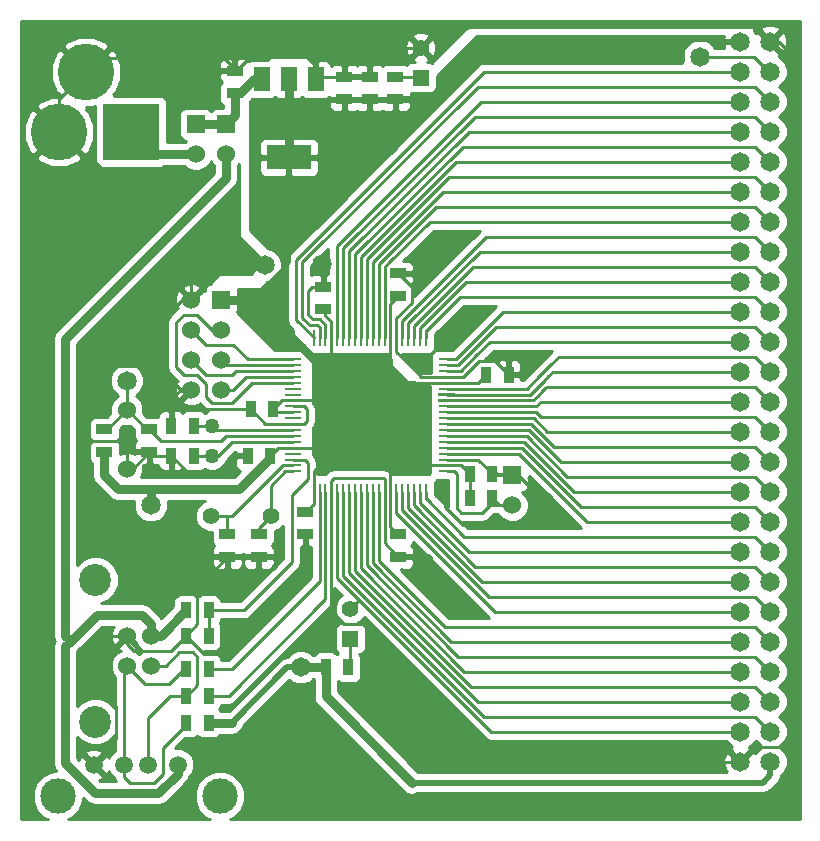
<source format=gtl>
G04 (created by PCBNEW-RS274X (2011-03-30 BZR 2932)-stable) date 30/04/2011 07:18:35 p.m.*
G01*
G70*
G90*
%MOIN*%
G04 Gerber Fmt 3.4, Leading zero omitted, Abs format*
%FSLAX34Y34*%
G04 APERTURE LIST*
%ADD10C,0.006000*%
%ADD11R,0.055000X0.010000*%
%ADD12R,0.010000X0.055000*%
%ADD13R,0.055000X0.009200*%
%ADD14R,0.055000X0.055000*%
%ADD15C,0.055000*%
%ADD16R,0.060000X0.060000*%
%ADD17C,0.060000*%
%ADD18C,0.065000*%
%ADD19C,0.050000*%
%ADD20R,0.035000X0.055000*%
%ADD21R,0.055000X0.035000*%
%ADD22R,0.055000X0.034000*%
%ADD23R,0.150000X0.080000*%
%ADD24R,0.055000X0.080000*%
%ADD25C,0.056000*%
%ADD26C,0.059100*%
%ADD27C,0.118100*%
%ADD28C,0.106300*%
%ADD29C,0.189000*%
%ADD30R,0.189000X0.189000*%
%ADD31C,0.010000*%
%ADD32C,0.020000*%
%ADD33C,0.030000*%
G04 APERTURE END LIST*
G54D10*
G54D11*
X18591Y-20328D03*
G54D12*
X19278Y-24759D03*
G54D11*
X23709Y-24072D03*
G54D12*
X23022Y-19641D03*
G54D11*
X18591Y-20525D03*
G54D12*
X19475Y-24759D03*
G54D11*
X23709Y-23875D03*
G54D12*
X22825Y-19641D03*
G54D13*
X18591Y-20722D03*
G54D12*
X19672Y-24759D03*
G54D11*
X23709Y-23678D03*
G54D12*
X22628Y-19641D03*
G54D11*
X18591Y-20919D03*
G54D12*
X19869Y-24759D03*
G54D11*
X23709Y-23481D03*
G54D12*
X22431Y-19641D03*
G54D11*
X18591Y-21116D03*
G54D12*
X20066Y-24759D03*
G54D11*
X23709Y-23284D03*
G54D12*
X22234Y-19641D03*
G54D11*
X18591Y-21313D03*
G54D12*
X20263Y-24759D03*
G54D11*
X23709Y-23087D03*
G54D12*
X22037Y-19641D03*
G54D11*
X18591Y-21510D03*
G54D12*
X20460Y-24759D03*
G54D11*
X23709Y-22890D03*
G54D12*
X21840Y-19641D03*
G54D11*
X18591Y-21707D03*
G54D12*
X20657Y-24759D03*
G54D11*
X23709Y-22693D03*
G54D12*
X21643Y-19641D03*
G54D11*
X18591Y-21904D03*
G54D12*
X20854Y-24759D03*
G54D11*
X23709Y-22496D03*
G54D12*
X21446Y-19641D03*
G54D11*
X18591Y-22101D03*
G54D12*
X21051Y-24759D03*
G54D11*
X23709Y-22299D03*
G54D12*
X21249Y-19641D03*
G54D11*
X18591Y-22298D03*
G54D12*
X21248Y-24759D03*
G54D11*
X23709Y-22102D03*
G54D12*
X21052Y-19641D03*
G54D11*
X18591Y-22495D03*
G54D12*
X21445Y-24759D03*
G54D11*
X23709Y-21905D03*
G54D12*
X20855Y-19641D03*
G54D11*
X18591Y-22692D03*
G54D12*
X21642Y-24759D03*
G54D10*
G36*
X23434Y-21658D02*
X23984Y-21658D01*
X23984Y-21758D01*
X23434Y-21758D01*
X23434Y-21658D01*
X23434Y-21658D01*
G37*
G54D12*
X20658Y-19641D03*
G54D11*
X18591Y-22889D03*
G54D12*
X21839Y-24759D03*
G54D10*
G36*
X23434Y-21461D02*
X23984Y-21461D01*
X23984Y-21561D01*
X23434Y-21561D01*
X23434Y-21461D01*
X23434Y-21461D01*
G37*
G54D12*
X20461Y-19641D03*
G54D11*
X18591Y-23086D03*
G54D12*
X22036Y-24759D03*
G54D11*
X23709Y-21314D03*
G54D12*
X20264Y-19641D03*
G54D11*
X18591Y-23283D03*
G54D12*
X22233Y-24759D03*
G54D11*
X23709Y-21117D03*
G54D12*
X20067Y-19641D03*
G54D11*
X18591Y-23480D03*
G54D12*
X22430Y-24759D03*
G54D11*
X23709Y-20920D03*
G54D12*
X19870Y-19641D03*
G54D11*
X18591Y-23677D03*
G54D12*
X22627Y-24759D03*
G54D11*
X23709Y-20723D03*
G54D12*
X19673Y-19641D03*
G54D11*
X18591Y-23874D03*
G54D12*
X22824Y-24759D03*
G54D11*
X23709Y-20526D03*
G54D12*
X19476Y-19641D03*
G54D11*
X18591Y-24071D03*
G54D12*
X23021Y-24759D03*
G54D11*
X23709Y-20329D03*
G54D12*
X19279Y-19641D03*
G54D14*
X22850Y-10950D03*
G54D15*
X22850Y-09950D03*
G54D14*
X20500Y-29650D03*
G54D15*
X20500Y-28650D03*
G54D16*
X16200Y-18350D03*
G54D17*
X15200Y-18350D03*
X16200Y-19350D03*
X15200Y-19350D03*
X16200Y-20350D03*
X15200Y-20350D03*
X16200Y-21350D03*
X15200Y-21350D03*
G54D18*
X33500Y-21750D03*
X34500Y-21750D03*
X33500Y-20750D03*
X34500Y-20750D03*
X33500Y-19750D03*
X34500Y-19750D03*
X34500Y-16750D03*
X33500Y-16750D03*
X34500Y-17750D03*
X33500Y-17750D03*
X34500Y-18750D03*
X33500Y-18750D03*
X33500Y-12750D03*
X34500Y-12750D03*
X33500Y-11750D03*
X34500Y-11750D03*
X34500Y-13750D03*
X33500Y-13750D03*
X34500Y-14750D03*
X33500Y-14750D03*
X34500Y-15750D03*
X33500Y-15750D03*
X33500Y-27750D03*
X34500Y-27750D03*
X33500Y-26750D03*
X34500Y-26750D03*
X33500Y-25750D03*
X34500Y-25750D03*
X34500Y-22750D03*
X33500Y-22750D03*
X34500Y-23750D03*
X33500Y-23750D03*
X34500Y-24750D03*
X33500Y-24750D03*
X33500Y-30750D03*
X34500Y-30750D03*
X33500Y-29750D03*
X34500Y-29750D03*
X33500Y-28750D03*
X34500Y-28750D03*
X34500Y-09750D03*
X33500Y-09750D03*
X34500Y-10750D03*
X33500Y-10750D03*
X34500Y-31750D03*
X33500Y-31750D03*
X34500Y-32750D03*
X33500Y-32750D03*
X34500Y-33750D03*
X33500Y-33750D03*
G54D19*
X15900Y-22550D03*
X15900Y-23550D03*
G54D20*
X15025Y-31550D03*
X15775Y-31550D03*
X15025Y-29550D03*
X15775Y-29550D03*
G54D21*
X22000Y-11675D03*
X22000Y-10925D03*
G54D20*
X15025Y-32450D03*
X15775Y-32450D03*
X19675Y-30600D03*
X20425Y-30600D03*
X25225Y-24950D03*
X24475Y-24950D03*
X14525Y-22550D03*
X15275Y-22550D03*
X14525Y-23550D03*
X15275Y-23550D03*
X15025Y-30650D03*
X15775Y-30650D03*
G54D21*
X13800Y-22675D03*
X13800Y-23425D03*
X21150Y-11675D03*
X21150Y-10925D03*
X12300Y-22675D03*
X12300Y-23425D03*
X17450Y-26925D03*
X17450Y-26175D03*
G54D20*
X15025Y-28700D03*
X15775Y-28700D03*
G54D21*
X16650Y-11475D03*
X16650Y-10725D03*
X20300Y-11675D03*
X20300Y-10925D03*
G54D20*
X17825Y-23550D03*
X17075Y-23550D03*
G54D21*
X19000Y-26175D03*
X19000Y-25425D03*
X22100Y-26925D03*
X22100Y-26175D03*
G54D20*
X25225Y-24150D03*
X24475Y-24150D03*
X25775Y-20850D03*
X25025Y-20850D03*
G54D21*
X22100Y-17475D03*
X22100Y-18225D03*
X19600Y-17925D03*
G54D22*
X19600Y-18675D03*
G54D20*
X17175Y-22000D03*
X17925Y-22000D03*
G54D21*
X16400Y-26925D03*
X16400Y-26175D03*
G54D23*
X18450Y-13600D03*
G54D24*
X18450Y-11000D03*
X17550Y-11000D03*
X19350Y-11000D03*
G54D17*
X13050Y-22016D03*
X13050Y-23984D03*
G54D25*
X17850Y-25550D03*
X15850Y-25550D03*
G54D16*
X16350Y-12500D03*
G54D17*
X16350Y-13500D03*
G54D16*
X15350Y-12500D03*
G54D17*
X15350Y-13500D03*
G54D26*
X11950Y-33850D03*
X12950Y-33850D03*
X13750Y-33850D03*
X14750Y-33850D03*
G54D27*
X10750Y-34900D03*
X16150Y-34900D03*
G54D17*
X13850Y-29550D03*
X13850Y-30550D03*
X13063Y-30550D03*
X13063Y-29550D03*
G54D28*
X12000Y-27688D03*
X12000Y-32412D03*
G54D16*
X25900Y-24200D03*
G54D17*
X25900Y-25200D03*
G54D29*
X10800Y-12750D03*
G54D30*
X13200Y-12750D03*
G54D29*
X11700Y-10750D03*
G54D18*
X18850Y-30600D03*
X13850Y-25200D03*
X13050Y-21050D03*
X32150Y-10250D03*
X19550Y-17150D03*
X22900Y-17150D03*
X26950Y-25050D03*
X17650Y-17200D03*
X22950Y-27100D03*
G54D31*
X19650Y-18875D02*
X19650Y-18725D01*
X19870Y-19095D02*
X19650Y-18875D01*
X19870Y-19641D02*
X19870Y-19095D01*
X19650Y-18725D02*
X19600Y-18675D01*
G54D32*
X33500Y-09750D02*
X32650Y-09750D01*
X23325Y-11675D02*
X22000Y-11675D01*
X25350Y-09650D02*
X23325Y-11675D01*
X32550Y-09650D02*
X25350Y-09650D01*
X32650Y-09750D02*
X32550Y-09650D01*
G54D33*
X13850Y-24650D02*
X13850Y-25200D01*
G54D32*
X34500Y-33750D02*
X34500Y-34200D01*
G54D33*
X19675Y-31575D02*
X19675Y-30600D01*
X22550Y-34450D02*
X19675Y-31575D01*
G54D32*
X34250Y-34450D02*
X22550Y-34450D01*
X34500Y-34200D02*
X34250Y-34450D01*
G54D31*
X20300Y-11675D02*
X18450Y-11675D01*
X18450Y-11675D02*
X18450Y-11650D01*
X20300Y-11675D02*
X21150Y-11675D01*
X21150Y-11675D02*
X22000Y-11675D01*
G54D33*
X18450Y-11000D02*
X18450Y-11650D01*
X18450Y-11650D02*
X18450Y-13600D01*
G54D31*
X18450Y-13600D02*
X18450Y-17100D01*
X18450Y-17100D02*
X17200Y-18350D01*
X21125Y-22225D02*
X21125Y-22175D01*
X17300Y-18350D02*
X17200Y-18350D01*
G54D33*
X17200Y-18350D02*
X16200Y-18350D01*
X21125Y-22175D02*
X17300Y-18350D01*
G54D31*
X17825Y-23550D02*
X17825Y-23625D01*
G54D33*
X12300Y-24200D02*
X12300Y-23425D01*
X12750Y-24650D02*
X12300Y-24200D01*
X16800Y-24650D02*
X13850Y-24650D01*
X13850Y-24650D02*
X12750Y-24650D01*
X17825Y-23625D02*
X16800Y-24650D01*
G54D31*
X21840Y-19641D02*
X21840Y-18485D01*
X21840Y-18485D02*
X22100Y-18225D01*
X23709Y-21117D02*
X24758Y-21117D01*
X24758Y-21117D02*
X25025Y-20850D01*
X23709Y-23875D02*
X24200Y-23875D01*
X24200Y-23875D02*
X24475Y-24150D01*
X24475Y-24150D02*
X24475Y-24950D01*
G54D33*
X15775Y-32450D02*
X16550Y-32450D01*
G54D32*
X16550Y-32450D02*
X18400Y-30600D01*
X18400Y-30600D02*
X18850Y-30600D01*
G54D33*
X18850Y-30600D02*
X19675Y-30600D01*
G54D31*
X21839Y-24759D02*
X21839Y-25914D01*
X21839Y-25914D02*
X22100Y-26175D01*
X18591Y-23283D02*
X20067Y-23283D01*
X20067Y-23283D02*
X21125Y-22225D01*
X21125Y-22225D02*
X21150Y-22200D01*
X18591Y-23283D02*
X18092Y-23283D01*
X18092Y-23283D02*
X17825Y-23550D01*
X19278Y-24759D02*
X19278Y-25147D01*
X19278Y-25147D02*
X19000Y-25425D01*
X23709Y-21117D02*
X22233Y-21117D01*
X22233Y-21117D02*
X21150Y-22200D01*
X23709Y-23875D02*
X22825Y-23875D01*
X22825Y-23875D02*
X21150Y-22200D01*
X21839Y-24759D02*
X21839Y-22889D01*
X21839Y-22889D02*
X21150Y-22200D01*
X21840Y-19641D02*
X21840Y-21510D01*
X21840Y-21510D02*
X21150Y-22200D01*
X19870Y-19641D02*
X19870Y-20920D01*
X19870Y-20920D02*
X21150Y-22200D01*
X18591Y-21707D02*
X20657Y-21707D01*
X20657Y-21707D02*
X21150Y-22200D01*
X19278Y-24072D02*
X21150Y-22200D01*
X19278Y-24072D02*
X19278Y-24759D01*
X18591Y-22101D02*
X18026Y-22101D01*
X18026Y-22101D02*
X17925Y-22000D01*
X18591Y-21707D02*
X18218Y-21707D01*
X18218Y-21707D02*
X17925Y-22000D01*
X22430Y-25286D02*
X24894Y-27750D01*
X24894Y-27750D02*
X33500Y-27750D01*
X22430Y-24759D02*
X22430Y-25286D01*
X22627Y-25205D02*
X24672Y-27250D01*
X22627Y-24759D02*
X22627Y-25205D01*
X34000Y-27250D02*
X34500Y-27750D01*
X24672Y-27250D02*
X34000Y-27250D01*
X22824Y-25124D02*
X24147Y-26447D01*
X24147Y-26447D02*
X24300Y-26600D01*
X22824Y-24759D02*
X22824Y-25124D01*
X24450Y-26750D02*
X33500Y-26750D01*
X24300Y-26600D02*
X24450Y-26750D01*
X24300Y-26250D02*
X34000Y-26250D01*
X23021Y-24971D02*
X24300Y-26250D01*
X23021Y-24759D02*
X23021Y-24971D01*
X34000Y-26250D02*
X34500Y-26750D01*
X34000Y-24250D02*
X34500Y-24750D01*
X23709Y-22890D02*
X26374Y-22890D01*
X26374Y-22890D02*
X27734Y-24250D01*
X27734Y-24250D02*
X34000Y-24250D01*
X23709Y-22693D02*
X26455Y-22693D01*
X27512Y-23750D02*
X33500Y-23750D01*
X26455Y-22693D02*
X27512Y-23750D01*
X23709Y-23087D02*
X26293Y-23087D01*
X26293Y-23087D02*
X27956Y-24750D01*
X27956Y-24750D02*
X33500Y-24750D01*
X23709Y-23284D02*
X26212Y-23284D01*
X34000Y-25250D02*
X34500Y-25750D01*
X26212Y-23284D02*
X28178Y-25250D01*
X28178Y-25250D02*
X34000Y-25250D01*
X19476Y-19641D02*
X19476Y-19276D01*
X34000Y-11250D02*
X34500Y-11750D01*
X24750Y-11250D02*
X34000Y-11250D01*
X18900Y-17100D02*
X24750Y-11250D01*
X18900Y-18950D02*
X18900Y-17100D01*
X19150Y-19200D02*
X18900Y-18950D01*
X19400Y-19200D02*
X19150Y-19200D01*
X19476Y-19276D02*
X19400Y-19200D01*
X26131Y-23481D02*
X28400Y-25750D01*
X23709Y-23481D02*
X26131Y-23481D01*
X28400Y-25750D02*
X33500Y-25750D01*
X19279Y-19641D02*
X19279Y-19607D01*
X24972Y-10750D02*
X33500Y-10750D01*
X18703Y-17019D02*
X24972Y-10750D01*
X18703Y-19031D02*
X18703Y-17019D01*
X19279Y-19607D02*
X18703Y-19031D01*
X22431Y-19641D02*
X22431Y-19135D01*
X24816Y-16750D02*
X33500Y-16750D01*
X22431Y-19135D02*
X24816Y-16750D01*
X22628Y-19216D02*
X24594Y-17250D01*
X34000Y-17250D02*
X34500Y-17750D01*
X22628Y-19641D02*
X22628Y-19216D01*
X24594Y-17250D02*
X34000Y-17250D01*
X24372Y-17750D02*
X33500Y-17750D01*
X22825Y-19297D02*
X24372Y-17750D01*
X22825Y-19641D02*
X22825Y-19297D01*
X34000Y-18250D02*
X34500Y-18750D01*
X23022Y-19641D02*
X23022Y-19378D01*
X23022Y-19378D02*
X24150Y-18250D01*
X24150Y-18250D02*
X34000Y-18250D01*
X24872Y-11750D02*
X33500Y-11750D01*
X20067Y-19641D02*
X20067Y-16555D01*
X20067Y-16555D02*
X24872Y-11750D01*
X34000Y-12250D02*
X34500Y-12750D01*
X20264Y-16636D02*
X24650Y-12250D01*
X20264Y-19641D02*
X20264Y-16636D01*
X24650Y-12250D02*
X34000Y-12250D01*
X34000Y-14250D02*
X34500Y-14750D01*
X21052Y-16998D02*
X23800Y-14250D01*
X23800Y-14250D02*
X34000Y-14250D01*
X21052Y-19641D02*
X21052Y-16998D01*
X23594Y-14750D02*
X33500Y-14750D01*
X21249Y-19641D02*
X21249Y-17095D01*
X21249Y-17095D02*
X23594Y-14750D01*
X23372Y-15250D02*
X34000Y-15250D01*
X34000Y-15250D02*
X34500Y-15750D01*
X21446Y-19641D02*
X21446Y-17176D01*
X21446Y-17176D02*
X23372Y-15250D01*
X20500Y-28650D02*
X20794Y-28356D01*
X25188Y-32750D02*
X33500Y-32750D01*
X20066Y-27628D02*
X20794Y-28356D01*
X20794Y-28356D02*
X25188Y-32750D01*
X20066Y-24759D02*
X20066Y-27628D01*
X24966Y-32250D02*
X34000Y-32250D01*
X20263Y-27547D02*
X24966Y-32250D01*
X34000Y-32250D02*
X34500Y-32750D01*
X20263Y-24759D02*
X20263Y-27547D01*
X20460Y-27466D02*
X24744Y-31750D01*
X24744Y-31750D02*
X33500Y-31750D01*
X20460Y-24759D02*
X20460Y-27466D01*
X24522Y-31250D02*
X34000Y-31250D01*
X34000Y-31250D02*
X34500Y-31750D01*
X20657Y-27385D02*
X24522Y-31250D01*
X20657Y-24759D02*
X20657Y-27385D01*
X20854Y-24759D02*
X20854Y-27304D01*
X20854Y-27304D02*
X24300Y-30750D01*
X24300Y-30750D02*
X33500Y-30750D01*
X24094Y-30250D02*
X34000Y-30250D01*
X21051Y-24759D02*
X21051Y-27207D01*
X34000Y-30250D02*
X34500Y-30750D01*
X21051Y-27207D02*
X24094Y-30250D01*
X21248Y-27126D02*
X23872Y-29750D01*
X23872Y-29750D02*
X33500Y-29750D01*
X21248Y-24759D02*
X21248Y-27126D01*
X21445Y-24759D02*
X21445Y-27045D01*
X21445Y-27045D02*
X23650Y-29250D01*
X34000Y-29250D02*
X34500Y-29750D01*
X23650Y-29250D02*
X34000Y-29250D01*
X22036Y-25448D02*
X25338Y-28750D01*
X22036Y-24759D02*
X22036Y-25448D01*
X25338Y-28750D02*
X33500Y-28750D01*
X22233Y-25367D02*
X25116Y-28250D01*
X22233Y-24759D02*
X22233Y-25367D01*
X34000Y-28250D02*
X34500Y-28750D01*
X25116Y-28250D02*
X34000Y-28250D01*
X24450Y-12750D02*
X33500Y-12750D01*
X20461Y-19641D02*
X20461Y-16739D01*
X20461Y-16739D02*
X24450Y-12750D01*
X34000Y-13250D02*
X34500Y-13750D01*
X20658Y-19641D02*
X20658Y-16836D01*
X20658Y-16836D02*
X24244Y-13250D01*
X24244Y-13250D02*
X34000Y-13250D01*
X20855Y-19641D02*
X20855Y-16917D01*
X20855Y-16917D02*
X24022Y-13750D01*
X24022Y-13750D02*
X33500Y-13750D01*
X25594Y-18750D02*
X33500Y-18750D01*
X24015Y-20329D02*
X25594Y-18750D01*
X23709Y-20329D02*
X24015Y-20329D01*
X24096Y-20526D02*
X25372Y-19250D01*
X34000Y-19250D02*
X34500Y-19750D01*
X25372Y-19250D02*
X34000Y-19250D01*
X23709Y-20526D02*
X24096Y-20526D01*
X24177Y-20723D02*
X24697Y-20203D01*
X25150Y-19750D02*
X33500Y-19750D01*
X24697Y-20203D02*
X25150Y-19750D01*
X23709Y-20723D02*
X24177Y-20723D01*
X27200Y-20500D02*
X27450Y-20250D01*
X26386Y-21314D02*
X26800Y-20900D01*
X26800Y-20900D02*
X27200Y-20500D01*
X34000Y-20250D02*
X34500Y-20750D01*
X27450Y-20250D02*
X34000Y-20250D01*
X23709Y-21314D02*
X26386Y-21314D01*
X23709Y-21511D02*
X26489Y-21511D01*
X26489Y-21511D02*
X26950Y-21050D01*
X27100Y-20900D02*
X27250Y-20750D01*
X27250Y-20750D02*
X33500Y-20750D01*
X26950Y-21050D02*
X27100Y-20900D01*
X26900Y-21400D02*
X27000Y-21300D01*
X27050Y-21250D02*
X34000Y-21250D01*
X27000Y-21300D02*
X27050Y-21250D01*
X26592Y-21708D02*
X26750Y-21550D01*
X23709Y-21708D02*
X26592Y-21708D01*
X26750Y-21550D02*
X26900Y-21400D01*
X34000Y-21250D02*
X34500Y-21750D01*
X26695Y-21905D02*
X23709Y-21905D01*
X26695Y-21905D02*
X26850Y-21750D01*
X33500Y-21750D02*
X26850Y-21750D01*
X26698Y-22102D02*
X26846Y-22250D01*
X34000Y-22250D02*
X34500Y-22750D01*
X26846Y-22250D02*
X34000Y-22250D01*
X23709Y-22102D02*
X26698Y-22102D01*
X26617Y-22299D02*
X27068Y-22750D01*
X27068Y-22750D02*
X33500Y-22750D01*
X23709Y-22299D02*
X26617Y-22299D01*
X27290Y-23250D02*
X34000Y-23250D01*
X34000Y-23250D02*
X34500Y-23750D01*
X26536Y-22496D02*
X27290Y-23250D01*
X23709Y-22496D02*
X26536Y-22496D01*
X22234Y-19054D02*
X25038Y-16250D01*
X22234Y-19641D02*
X22234Y-19054D01*
X34000Y-16250D02*
X34500Y-16750D01*
X25038Y-16250D02*
X34000Y-16250D01*
X21643Y-19641D02*
X21643Y-17257D01*
X23150Y-15750D02*
X33500Y-15750D01*
X21800Y-17100D02*
X23150Y-15750D01*
X21643Y-17257D02*
X21800Y-17100D01*
G54D33*
X16650Y-11475D02*
X16825Y-11475D01*
X17300Y-11000D02*
X17550Y-11000D01*
X16825Y-11475D02*
X17300Y-11000D01*
X16350Y-12500D02*
X16650Y-12200D01*
X15350Y-12500D02*
X16350Y-12500D01*
X16650Y-12200D02*
X16650Y-11475D01*
X13950Y-13500D02*
X13200Y-12750D01*
X15350Y-13500D02*
X13950Y-13500D01*
G54D31*
X12391Y-22675D02*
X13050Y-22016D01*
X16361Y-22889D02*
X16200Y-23050D01*
X13709Y-22675D02*
X13050Y-22016D01*
X12300Y-22675D02*
X12391Y-22675D01*
X16200Y-23050D02*
X14175Y-23050D01*
X13800Y-22675D02*
X13709Y-22675D01*
X18591Y-22889D02*
X16361Y-22889D01*
X32150Y-10250D02*
X33950Y-10250D01*
X33950Y-10250D02*
X34450Y-10750D01*
X34450Y-10750D02*
X34500Y-10750D01*
X13050Y-22016D02*
X13050Y-21050D01*
X14175Y-23050D02*
X13800Y-22675D01*
X15700Y-21600D02*
X15700Y-21150D01*
X15700Y-21150D02*
X15400Y-20850D01*
X15400Y-20850D02*
X14950Y-20850D01*
X15400Y-18850D02*
X15900Y-19350D01*
X14700Y-20600D02*
X14700Y-19100D01*
X14700Y-19100D02*
X14950Y-18850D01*
X16550Y-21800D02*
X15900Y-21800D01*
X17234Y-21116D02*
X16550Y-21800D01*
X14950Y-18850D02*
X15400Y-18850D01*
X14950Y-20850D02*
X14700Y-20600D01*
X15900Y-19350D02*
X16200Y-19350D01*
X18591Y-21116D02*
X17234Y-21116D01*
X15900Y-21800D02*
X15700Y-21600D01*
X18591Y-20525D02*
X16375Y-20525D01*
X16375Y-20525D02*
X16200Y-20350D01*
X15700Y-19850D02*
X15200Y-19350D01*
X17078Y-20328D02*
X16600Y-19850D01*
X16600Y-19850D02*
X15700Y-19850D01*
X18591Y-20328D02*
X17078Y-20328D01*
X15700Y-20850D02*
X15200Y-20350D01*
X18591Y-20722D02*
X16678Y-20722D01*
X16550Y-20850D02*
X15700Y-20850D01*
X16678Y-20722D02*
X16550Y-20850D01*
X16600Y-21350D02*
X16200Y-21350D01*
X18591Y-20919D02*
X17031Y-20919D01*
X17031Y-20919D02*
X16600Y-21350D01*
X26950Y-25050D02*
X26950Y-25500D01*
X23650Y-25250D02*
X23650Y-24800D01*
X24250Y-25850D02*
X23650Y-25250D01*
X26600Y-25850D02*
X24250Y-25850D01*
X26950Y-25500D02*
X26600Y-25850D01*
X34800Y-09750D02*
X35300Y-10250D01*
X35300Y-10250D02*
X35300Y-33150D01*
X35300Y-33150D02*
X35200Y-33250D01*
X35200Y-33250D02*
X34000Y-33250D01*
X34000Y-33250D02*
X33500Y-33750D01*
X11900Y-23050D02*
X11800Y-22950D01*
X12500Y-20550D02*
X14400Y-20550D01*
X11800Y-21250D02*
X12500Y-20550D01*
X11800Y-22950D02*
X11800Y-21250D01*
X34500Y-09750D02*
X34000Y-09250D01*
X23550Y-09250D02*
X22850Y-09950D01*
X34000Y-09250D02*
X23550Y-09250D01*
X21800Y-09950D02*
X22850Y-09950D01*
X21150Y-10600D02*
X21800Y-09950D01*
X21150Y-10925D02*
X21150Y-10600D01*
X33500Y-33750D02*
X25600Y-33750D01*
X19869Y-28719D02*
X19869Y-24759D01*
X21000Y-29150D02*
X20300Y-29150D01*
X25600Y-33750D02*
X21000Y-29150D01*
X20300Y-29150D02*
X19869Y-28719D01*
X23709Y-20920D02*
X24258Y-20920D01*
X11950Y-33850D02*
X11950Y-33750D01*
X13063Y-29813D02*
X13300Y-30050D01*
X13300Y-30050D02*
X14525Y-30050D01*
X25325Y-20400D02*
X25775Y-20850D01*
X13063Y-29550D02*
X13063Y-29813D01*
X12250Y-29550D02*
X13063Y-29550D01*
X11850Y-29950D02*
X12250Y-29550D01*
X11850Y-31050D02*
X11850Y-29950D01*
X12700Y-31900D02*
X11850Y-31050D01*
X14525Y-30050D02*
X15025Y-29550D01*
X11950Y-33750D02*
X12700Y-33000D01*
X24753Y-23678D02*
X25275Y-24200D01*
X22575Y-20625D02*
X22725Y-20625D01*
X19650Y-17250D02*
X19550Y-17150D01*
X19650Y-17925D02*
X19650Y-17250D01*
X22575Y-17475D02*
X22100Y-17475D01*
X25900Y-24200D02*
X26100Y-24200D01*
X22775Y-26925D02*
X22100Y-26925D01*
X22950Y-27100D02*
X22775Y-26925D01*
X12700Y-33000D02*
X12700Y-31900D01*
X15400Y-27925D02*
X15400Y-29175D01*
X15413Y-27912D02*
X14912Y-27912D01*
X11800Y-23150D02*
X11900Y-23050D01*
X11800Y-24800D02*
X11800Y-23150D01*
X14912Y-27912D02*
X11800Y-24800D01*
X22900Y-17150D02*
X22575Y-17475D01*
X13050Y-23984D02*
X13050Y-23350D01*
X13050Y-23350D02*
X12750Y-23050D01*
X12750Y-23050D02*
X11900Y-23050D01*
X10800Y-12750D02*
X10800Y-11650D01*
X16650Y-10725D02*
X16650Y-10650D01*
X12150Y-10300D02*
X11700Y-10750D01*
X16300Y-10300D02*
X12150Y-10300D01*
X16650Y-10650D02*
X16300Y-10300D01*
X16650Y-10725D02*
X16675Y-10725D01*
X19050Y-10250D02*
X19350Y-10550D01*
X17150Y-10250D02*
X19050Y-10250D01*
X16675Y-10725D02*
X17150Y-10250D01*
X34500Y-09750D02*
X34800Y-09750D01*
X20300Y-10925D02*
X19425Y-10925D01*
X19425Y-10925D02*
X19350Y-11000D01*
X20300Y-10925D02*
X21150Y-10925D01*
X14525Y-22000D02*
X14525Y-21675D01*
X14525Y-21675D02*
X14850Y-21350D01*
X15200Y-21350D02*
X14850Y-21350D01*
X14900Y-18350D02*
X15200Y-18350D01*
X14400Y-20550D02*
X14400Y-18850D01*
X14400Y-18850D02*
X14900Y-18350D01*
X14400Y-20900D02*
X14400Y-20550D01*
X14850Y-21350D02*
X14400Y-20900D01*
X13050Y-23984D02*
X13241Y-23984D01*
X13241Y-23984D02*
X13800Y-23425D01*
X14525Y-23550D02*
X13925Y-23550D01*
X13925Y-23550D02*
X13800Y-23425D01*
X19673Y-19641D02*
X19673Y-19195D01*
X19225Y-17925D02*
X19650Y-17925D01*
X19100Y-18050D02*
X19225Y-17925D01*
X19100Y-18850D02*
X19100Y-18050D01*
X19253Y-19003D02*
X19100Y-18850D01*
X19481Y-19003D02*
X19253Y-19003D01*
X19673Y-19195D02*
X19481Y-19003D01*
X22037Y-19641D02*
X22037Y-18963D01*
X22037Y-18963D02*
X22550Y-18450D01*
X22550Y-18450D02*
X22550Y-17925D01*
X22550Y-17925D02*
X22100Y-17475D01*
X19050Y-22000D02*
X19050Y-22400D01*
X22725Y-20625D02*
X24700Y-18650D01*
X23709Y-20920D02*
X22870Y-20920D01*
X22037Y-20087D02*
X22450Y-20500D01*
X22037Y-20087D02*
X22037Y-19641D01*
X22870Y-20920D02*
X22575Y-20625D01*
X22575Y-20625D02*
X22450Y-20500D01*
X25225Y-24150D02*
X25850Y-24150D01*
X25850Y-24150D02*
X25900Y-24200D01*
X18955Y-22495D02*
X18591Y-22495D01*
X24778Y-20400D02*
X25325Y-20400D01*
X24258Y-20920D02*
X24778Y-20400D01*
X23709Y-23678D02*
X24753Y-23678D01*
X25275Y-24200D02*
X25900Y-24200D01*
X18954Y-21904D02*
X19050Y-22000D01*
X21642Y-24759D02*
X21642Y-26467D01*
X21642Y-26467D02*
X22100Y-26925D01*
X17450Y-26925D02*
X16400Y-26925D01*
X16400Y-26925D02*
X15413Y-27912D01*
X15413Y-27912D02*
X15400Y-27925D01*
X19050Y-22400D02*
X18955Y-22495D01*
X15400Y-29175D02*
X15025Y-29550D01*
X19000Y-26175D02*
X19000Y-27450D01*
X15625Y-30150D02*
X15025Y-29550D01*
X16300Y-30150D02*
X15625Y-30150D01*
X19000Y-27450D02*
X16300Y-30150D01*
X17175Y-22000D02*
X14525Y-22000D01*
X14525Y-22000D02*
X14525Y-21975D01*
X14525Y-21975D02*
X14525Y-22550D01*
X17075Y-23550D02*
X16700Y-23550D01*
X15075Y-24100D02*
X14525Y-23550D01*
X16150Y-24100D02*
X15075Y-24100D01*
X16700Y-23550D02*
X16150Y-24100D01*
X21642Y-24759D02*
X21642Y-24342D01*
X19869Y-24381D02*
X19869Y-24759D01*
X19950Y-24300D02*
X19869Y-24381D01*
X21600Y-24300D02*
X19950Y-24300D01*
X21642Y-24342D02*
X21600Y-24300D01*
X18591Y-22495D02*
X17670Y-22495D01*
X17670Y-22495D02*
X17175Y-22000D01*
X18591Y-21904D02*
X18954Y-21904D01*
X15200Y-18350D02*
X15200Y-17750D01*
X15200Y-17750D02*
X15750Y-17200D01*
X26100Y-24200D02*
X26950Y-25050D01*
X15750Y-17200D02*
X17650Y-17200D01*
X19350Y-10550D02*
X19350Y-11000D01*
X10800Y-11650D02*
X11700Y-10750D01*
X16042Y-22692D02*
X15900Y-22550D01*
X18591Y-22692D02*
X16042Y-22692D01*
X15900Y-22550D02*
X15275Y-22550D01*
X17450Y-26175D02*
X17450Y-25950D01*
X17450Y-25950D02*
X17850Y-25550D01*
X17850Y-24550D02*
X17850Y-25550D01*
X18591Y-24071D02*
X18329Y-24071D01*
X18329Y-24071D02*
X17850Y-24550D01*
X16400Y-25550D02*
X15850Y-25550D01*
X18591Y-23874D02*
X18248Y-23874D01*
X16400Y-26175D02*
X16400Y-25550D01*
X18248Y-23874D02*
X16572Y-25550D01*
X16572Y-25550D02*
X16400Y-25550D01*
X19672Y-28328D02*
X16450Y-31550D01*
X16450Y-31550D02*
X15775Y-31550D01*
X19672Y-24759D02*
X19672Y-28328D01*
X16550Y-30650D02*
X15775Y-30650D01*
X19475Y-24759D02*
X19475Y-27725D01*
X19475Y-27725D02*
X16550Y-30650D01*
X18591Y-23677D02*
X18977Y-23677D01*
X18977Y-23677D02*
X19080Y-23780D01*
X18550Y-27100D02*
X16950Y-28700D01*
X19080Y-23780D02*
X19080Y-24320D01*
X18550Y-24850D02*
X18550Y-27100D01*
X19080Y-24320D02*
X18550Y-24850D01*
X16950Y-28700D02*
X15775Y-28700D01*
X15775Y-28700D02*
X15775Y-29550D01*
X15900Y-23550D02*
X15275Y-23550D01*
X16100Y-23550D02*
X15900Y-23550D01*
X16564Y-23086D02*
X16100Y-23550D01*
X18591Y-23086D02*
X16564Y-23086D01*
X14950Y-30650D02*
X14450Y-31150D01*
X13150Y-34450D02*
X12950Y-34250D01*
X12950Y-34250D02*
X12950Y-33850D01*
X13950Y-34450D02*
X13150Y-34450D01*
X14450Y-31150D02*
X13663Y-31150D01*
X12950Y-33850D02*
X12950Y-30663D01*
X12950Y-30663D02*
X13063Y-30550D01*
X15025Y-32450D02*
X15025Y-32525D01*
X13663Y-31150D02*
X13063Y-30550D01*
X15025Y-32525D02*
X14250Y-33300D01*
X14250Y-33300D02*
X14250Y-34150D01*
X14250Y-34150D02*
X13950Y-34450D01*
X15025Y-30650D02*
X14950Y-30650D01*
X22825Y-10925D02*
X22850Y-10950D01*
X22000Y-10925D02*
X22825Y-10925D01*
X24050Y-25300D02*
X24050Y-24150D01*
X24900Y-25450D02*
X24200Y-25450D01*
X25900Y-25200D02*
X25475Y-25200D01*
X25150Y-25200D02*
X24900Y-25450D01*
X25475Y-25200D02*
X25225Y-24950D01*
X24200Y-25450D02*
X24050Y-25300D01*
X24050Y-24150D02*
X23972Y-24072D01*
X25900Y-25200D02*
X25150Y-25200D01*
X23972Y-24072D02*
X23709Y-24072D01*
X20500Y-30525D02*
X20425Y-30600D01*
X20500Y-29650D02*
X20500Y-30525D01*
X13750Y-32300D02*
X13750Y-33850D01*
X14800Y-30100D02*
X14350Y-30550D01*
X15250Y-30100D02*
X14800Y-30100D01*
X15025Y-31550D02*
X14500Y-31550D01*
X14500Y-31550D02*
X13750Y-32300D01*
X15050Y-31550D02*
X15400Y-31200D01*
X15400Y-30250D02*
X15250Y-30100D01*
X15400Y-31200D02*
X15400Y-30250D01*
X15025Y-31550D02*
X15050Y-31550D01*
X14350Y-30550D02*
X13850Y-30550D01*
G54D33*
X14750Y-33850D02*
X14750Y-34150D01*
X14750Y-34150D02*
X14100Y-34800D01*
X14100Y-34800D02*
X12000Y-34800D01*
X12000Y-34800D02*
X11000Y-33800D01*
X11000Y-33800D02*
X11000Y-29900D01*
X11000Y-29900D02*
X11150Y-29750D01*
G54D31*
X11150Y-29750D02*
X11150Y-29700D01*
G54D33*
X16350Y-14300D02*
X16350Y-13500D01*
X11000Y-19650D02*
X16350Y-14300D01*
X11000Y-29550D02*
X11000Y-19650D01*
X11150Y-29700D02*
X11000Y-29550D01*
X13850Y-29150D02*
X13850Y-29550D01*
X13550Y-28850D02*
X13850Y-29150D01*
X12050Y-28850D02*
X13550Y-28850D01*
X11150Y-29750D02*
X12050Y-28850D01*
X13850Y-29550D02*
X14175Y-29550D01*
X14175Y-29550D02*
X15025Y-28700D01*
G54D10*
G36*
X32973Y-09550D02*
X32932Y-09666D01*
X32944Y-09889D01*
X32968Y-09950D01*
X32648Y-09950D01*
X32638Y-09925D01*
X32476Y-09763D01*
X32265Y-09675D01*
X32036Y-09675D01*
X31825Y-09762D01*
X31663Y-09924D01*
X31632Y-09996D01*
X31600Y-10029D01*
X31600Y-10075D01*
X31575Y-10135D01*
X31575Y-10364D01*
X31586Y-10392D01*
X31529Y-10450D01*
X24972Y-10450D01*
X24857Y-10473D01*
X24759Y-10538D01*
X22525Y-12772D01*
X22525Y-11787D01*
X22463Y-11725D01*
X22050Y-11725D01*
X22050Y-12038D01*
X22112Y-12100D01*
X22226Y-12099D01*
X22325Y-12099D01*
X22416Y-12061D01*
X22486Y-11991D01*
X22524Y-11899D01*
X22525Y-11787D01*
X22525Y-12772D01*
X21950Y-13347D01*
X21950Y-12038D01*
X21950Y-11725D01*
X21613Y-11725D01*
X21537Y-11725D01*
X21200Y-11725D01*
X21200Y-12038D01*
X21262Y-12100D01*
X21376Y-12099D01*
X21475Y-12099D01*
X21566Y-12061D01*
X21575Y-12052D01*
X21584Y-12061D01*
X21675Y-12099D01*
X21774Y-12099D01*
X21888Y-12100D01*
X21950Y-12038D01*
X21950Y-13347D01*
X21100Y-14197D01*
X21100Y-12038D01*
X21100Y-11725D01*
X20763Y-11725D01*
X20687Y-11725D01*
X20350Y-11725D01*
X20350Y-12038D01*
X20412Y-12100D01*
X20526Y-12099D01*
X20625Y-12099D01*
X20716Y-12061D01*
X20725Y-12052D01*
X20734Y-12061D01*
X20825Y-12099D01*
X20924Y-12099D01*
X21038Y-12100D01*
X21100Y-12038D01*
X21100Y-14197D01*
X20250Y-15047D01*
X20250Y-12038D01*
X20250Y-11725D01*
X19837Y-11725D01*
X19775Y-11787D01*
X19776Y-11899D01*
X19814Y-11991D01*
X19884Y-12061D01*
X19975Y-12099D01*
X20074Y-12099D01*
X20188Y-12100D01*
X20250Y-12038D01*
X20250Y-15047D01*
X19450Y-15847D01*
X19450Y-13712D01*
X19450Y-13488D01*
X19449Y-13249D01*
X19449Y-13150D01*
X19411Y-13059D01*
X19341Y-12989D01*
X19249Y-12951D01*
X18562Y-12950D01*
X18500Y-13012D01*
X18500Y-13550D01*
X19388Y-13550D01*
X19450Y-13488D01*
X19450Y-13712D01*
X19388Y-13650D01*
X18500Y-13650D01*
X18500Y-14188D01*
X18562Y-14250D01*
X19249Y-14249D01*
X19341Y-14211D01*
X19411Y-14141D01*
X19449Y-14050D01*
X19449Y-13951D01*
X19450Y-13712D01*
X19450Y-15847D01*
X18491Y-16807D01*
X18426Y-16904D01*
X18403Y-17019D01*
X18403Y-19031D01*
X18426Y-19146D01*
X18491Y-19243D01*
X18600Y-19352D01*
X18600Y-19521D01*
X18980Y-19901D01*
X18980Y-19965D01*
X19018Y-20057D01*
X19088Y-20127D01*
X19179Y-20165D01*
X19278Y-20165D01*
X19376Y-20165D01*
X19378Y-20165D01*
X19475Y-20165D01*
X19573Y-20165D01*
X19575Y-20165D01*
X19672Y-20165D01*
X19771Y-20165D01*
X19772Y-20165D01*
X19783Y-20166D01*
X19792Y-20156D01*
X19808Y-20150D01*
X19931Y-20150D01*
X19948Y-20157D01*
X19957Y-20166D01*
X19967Y-20165D01*
X19969Y-20165D01*
X20066Y-20165D01*
X20164Y-20165D01*
X20166Y-20165D01*
X20263Y-20165D01*
X20361Y-20165D01*
X20363Y-20165D01*
X20460Y-20165D01*
X20558Y-20165D01*
X20560Y-20165D01*
X20657Y-20165D01*
X20755Y-20165D01*
X20757Y-20165D01*
X20854Y-20165D01*
X20952Y-20165D01*
X20954Y-20165D01*
X21051Y-20165D01*
X21149Y-20165D01*
X21151Y-20165D01*
X21248Y-20165D01*
X21346Y-20165D01*
X21348Y-20165D01*
X21445Y-20165D01*
X21543Y-20165D01*
X21545Y-20165D01*
X21642Y-20165D01*
X21740Y-20165D01*
X21740Y-20166D01*
X21752Y-20166D01*
X21760Y-20202D01*
X21825Y-20299D01*
X21850Y-20324D01*
X21850Y-20571D01*
X22379Y-21100D01*
X22626Y-21100D01*
X22658Y-21132D01*
X22755Y-21197D01*
X22870Y-21220D01*
X23150Y-21220D01*
X23150Y-24129D01*
X23129Y-24150D01*
X21867Y-24150D01*
X21854Y-24130D01*
X21812Y-24088D01*
X21715Y-24023D01*
X21600Y-24000D01*
X19950Y-24000D01*
X19835Y-24023D01*
X19737Y-24088D01*
X19675Y-24150D01*
X19380Y-24150D01*
X19380Y-23780D01*
X19357Y-23665D01*
X19292Y-23568D01*
X19292Y-23567D01*
X19250Y-23525D01*
X19250Y-22624D01*
X19262Y-22612D01*
X19327Y-22515D01*
X19350Y-22400D01*
X19350Y-22000D01*
X19349Y-21999D01*
X19327Y-21885D01*
X19262Y-21788D01*
X19262Y-21787D01*
X19250Y-21775D01*
X19250Y-20379D01*
X19115Y-20244D01*
X19115Y-20229D01*
X19077Y-20137D01*
X19007Y-20067D01*
X18916Y-20029D01*
X18817Y-20029D01*
X18596Y-20029D01*
X18591Y-20028D01*
X18400Y-20028D01*
X18400Y-14188D01*
X18400Y-13650D01*
X18400Y-13550D01*
X18400Y-13012D01*
X18338Y-12950D01*
X17651Y-12951D01*
X17559Y-12989D01*
X17489Y-13059D01*
X17451Y-13150D01*
X17451Y-13249D01*
X17450Y-13488D01*
X17512Y-13550D01*
X18400Y-13550D01*
X18400Y-13650D01*
X17512Y-13650D01*
X17450Y-13712D01*
X17451Y-13951D01*
X17451Y-14050D01*
X17489Y-14141D01*
X17559Y-14211D01*
X17651Y-14249D01*
X18338Y-14250D01*
X18400Y-14188D01*
X18400Y-20028D01*
X17999Y-20028D01*
X16725Y-18754D01*
X16749Y-18699D01*
X16750Y-18462D01*
X16688Y-18400D01*
X16600Y-18400D01*
X16600Y-18300D01*
X16688Y-18300D01*
X16750Y-18238D01*
X16749Y-18001D01*
X16748Y-18000D01*
X17522Y-18000D01*
X17728Y-17775D01*
X17764Y-17775D01*
X17975Y-17688D01*
X18137Y-17526D01*
X18225Y-17315D01*
X18225Y-17086D01*
X18138Y-16875D01*
X17976Y-16713D01*
X17765Y-16625D01*
X17746Y-16625D01*
X17150Y-16029D01*
X17150Y-11757D01*
X17174Y-11700D01*
X17174Y-11697D01*
X17221Y-11650D01*
X17921Y-11650D01*
X17955Y-11615D01*
X17966Y-11611D01*
X18000Y-11577D01*
X18034Y-11611D01*
X18126Y-11649D01*
X18338Y-11650D01*
X18400Y-11588D01*
X18400Y-11100D01*
X18400Y-11050D01*
X18400Y-10950D01*
X18500Y-10950D01*
X18500Y-11050D01*
X18500Y-11100D01*
X18500Y-11588D01*
X18562Y-11650D01*
X18774Y-11649D01*
X18866Y-11611D01*
X18900Y-11577D01*
X18934Y-11611D01*
X19025Y-11649D01*
X19124Y-11649D01*
X19674Y-11649D01*
X19766Y-11611D01*
X19794Y-11582D01*
X19837Y-11625D01*
X20200Y-11625D01*
X20250Y-11625D01*
X20350Y-11625D01*
X20400Y-11625D01*
X20687Y-11625D01*
X20763Y-11625D01*
X21050Y-11625D01*
X21100Y-11625D01*
X21200Y-11625D01*
X21250Y-11625D01*
X21537Y-11625D01*
X21613Y-11625D01*
X21900Y-11625D01*
X21950Y-11625D01*
X22050Y-11625D01*
X22100Y-11625D01*
X22463Y-11625D01*
X22525Y-11563D01*
X22524Y-11473D01*
X22525Y-11474D01*
X22624Y-11474D01*
X23174Y-11474D01*
X23232Y-11450D01*
X23271Y-11450D01*
X23350Y-11371D01*
X23350Y-11332D01*
X23374Y-11275D01*
X23374Y-11176D01*
X23374Y-10897D01*
X24721Y-09550D01*
X32973Y-09550D01*
X32973Y-09550D01*
G37*
G54D31*
X32973Y-09550D02*
X32932Y-09666D01*
X32944Y-09889D01*
X32968Y-09950D01*
X32648Y-09950D01*
X32638Y-09925D01*
X32476Y-09763D01*
X32265Y-09675D01*
X32036Y-09675D01*
X31825Y-09762D01*
X31663Y-09924D01*
X31632Y-09996D01*
X31600Y-10029D01*
X31600Y-10075D01*
X31575Y-10135D01*
X31575Y-10364D01*
X31586Y-10392D01*
X31529Y-10450D01*
X24972Y-10450D01*
X24857Y-10473D01*
X24759Y-10538D01*
X22525Y-12772D01*
X22525Y-11787D01*
X22463Y-11725D01*
X22050Y-11725D01*
X22050Y-12038D01*
X22112Y-12100D01*
X22226Y-12099D01*
X22325Y-12099D01*
X22416Y-12061D01*
X22486Y-11991D01*
X22524Y-11899D01*
X22525Y-11787D01*
X22525Y-12772D01*
X21950Y-13347D01*
X21950Y-12038D01*
X21950Y-11725D01*
X21613Y-11725D01*
X21537Y-11725D01*
X21200Y-11725D01*
X21200Y-12038D01*
X21262Y-12100D01*
X21376Y-12099D01*
X21475Y-12099D01*
X21566Y-12061D01*
X21575Y-12052D01*
X21584Y-12061D01*
X21675Y-12099D01*
X21774Y-12099D01*
X21888Y-12100D01*
X21950Y-12038D01*
X21950Y-13347D01*
X21100Y-14197D01*
X21100Y-12038D01*
X21100Y-11725D01*
X20763Y-11725D01*
X20687Y-11725D01*
X20350Y-11725D01*
X20350Y-12038D01*
X20412Y-12100D01*
X20526Y-12099D01*
X20625Y-12099D01*
X20716Y-12061D01*
X20725Y-12052D01*
X20734Y-12061D01*
X20825Y-12099D01*
X20924Y-12099D01*
X21038Y-12100D01*
X21100Y-12038D01*
X21100Y-14197D01*
X20250Y-15047D01*
X20250Y-12038D01*
X20250Y-11725D01*
X19837Y-11725D01*
X19775Y-11787D01*
X19776Y-11899D01*
X19814Y-11991D01*
X19884Y-12061D01*
X19975Y-12099D01*
X20074Y-12099D01*
X20188Y-12100D01*
X20250Y-12038D01*
X20250Y-15047D01*
X19450Y-15847D01*
X19450Y-13712D01*
X19450Y-13488D01*
X19449Y-13249D01*
X19449Y-13150D01*
X19411Y-13059D01*
X19341Y-12989D01*
X19249Y-12951D01*
X18562Y-12950D01*
X18500Y-13012D01*
X18500Y-13550D01*
X19388Y-13550D01*
X19450Y-13488D01*
X19450Y-13712D01*
X19388Y-13650D01*
X18500Y-13650D01*
X18500Y-14188D01*
X18562Y-14250D01*
X19249Y-14249D01*
X19341Y-14211D01*
X19411Y-14141D01*
X19449Y-14050D01*
X19449Y-13951D01*
X19450Y-13712D01*
X19450Y-15847D01*
X18491Y-16807D01*
X18426Y-16904D01*
X18403Y-17019D01*
X18403Y-19031D01*
X18426Y-19146D01*
X18491Y-19243D01*
X18600Y-19352D01*
X18600Y-19521D01*
X18980Y-19901D01*
X18980Y-19965D01*
X19018Y-20057D01*
X19088Y-20127D01*
X19179Y-20165D01*
X19278Y-20165D01*
X19376Y-20165D01*
X19378Y-20165D01*
X19475Y-20165D01*
X19573Y-20165D01*
X19575Y-20165D01*
X19672Y-20165D01*
X19771Y-20165D01*
X19772Y-20165D01*
X19783Y-20166D01*
X19792Y-20156D01*
X19808Y-20150D01*
X19931Y-20150D01*
X19948Y-20157D01*
X19957Y-20166D01*
X19967Y-20165D01*
X19969Y-20165D01*
X20066Y-20165D01*
X20164Y-20165D01*
X20166Y-20165D01*
X20263Y-20165D01*
X20361Y-20165D01*
X20363Y-20165D01*
X20460Y-20165D01*
X20558Y-20165D01*
X20560Y-20165D01*
X20657Y-20165D01*
X20755Y-20165D01*
X20757Y-20165D01*
X20854Y-20165D01*
X20952Y-20165D01*
X20954Y-20165D01*
X21051Y-20165D01*
X21149Y-20165D01*
X21151Y-20165D01*
X21248Y-20165D01*
X21346Y-20165D01*
X21348Y-20165D01*
X21445Y-20165D01*
X21543Y-20165D01*
X21545Y-20165D01*
X21642Y-20165D01*
X21740Y-20165D01*
X21740Y-20166D01*
X21752Y-20166D01*
X21760Y-20202D01*
X21825Y-20299D01*
X21850Y-20324D01*
X21850Y-20571D01*
X22379Y-21100D01*
X22626Y-21100D01*
X22658Y-21132D01*
X22755Y-21197D01*
X22870Y-21220D01*
X23150Y-21220D01*
X23150Y-24129D01*
X23129Y-24150D01*
X21867Y-24150D01*
X21854Y-24130D01*
X21812Y-24088D01*
X21715Y-24023D01*
X21600Y-24000D01*
X19950Y-24000D01*
X19835Y-24023D01*
X19737Y-24088D01*
X19675Y-24150D01*
X19380Y-24150D01*
X19380Y-23780D01*
X19357Y-23665D01*
X19292Y-23568D01*
X19292Y-23567D01*
X19250Y-23525D01*
X19250Y-22624D01*
X19262Y-22612D01*
X19327Y-22515D01*
X19350Y-22400D01*
X19350Y-22000D01*
X19349Y-21999D01*
X19327Y-21885D01*
X19262Y-21788D01*
X19262Y-21787D01*
X19250Y-21775D01*
X19250Y-20379D01*
X19115Y-20244D01*
X19115Y-20229D01*
X19077Y-20137D01*
X19007Y-20067D01*
X18916Y-20029D01*
X18817Y-20029D01*
X18596Y-20029D01*
X18591Y-20028D01*
X18400Y-20028D01*
X18400Y-14188D01*
X18400Y-13650D01*
X18400Y-13550D01*
X18400Y-13012D01*
X18338Y-12950D01*
X17651Y-12951D01*
X17559Y-12989D01*
X17489Y-13059D01*
X17451Y-13150D01*
X17451Y-13249D01*
X17450Y-13488D01*
X17512Y-13550D01*
X18400Y-13550D01*
X18400Y-13650D01*
X17512Y-13650D01*
X17450Y-13712D01*
X17451Y-13951D01*
X17451Y-14050D01*
X17489Y-14141D01*
X17559Y-14211D01*
X17651Y-14249D01*
X18338Y-14250D01*
X18400Y-14188D01*
X18400Y-20028D01*
X17999Y-20028D01*
X16725Y-18754D01*
X16749Y-18699D01*
X16750Y-18462D01*
X16688Y-18400D01*
X16600Y-18400D01*
X16600Y-18300D01*
X16688Y-18300D01*
X16750Y-18238D01*
X16749Y-18001D01*
X16748Y-18000D01*
X17522Y-18000D01*
X17728Y-17775D01*
X17764Y-17775D01*
X17975Y-17688D01*
X18137Y-17526D01*
X18225Y-17315D01*
X18225Y-17086D01*
X18138Y-16875D01*
X17976Y-16713D01*
X17765Y-16625D01*
X17746Y-16625D01*
X17150Y-16029D01*
X17150Y-11757D01*
X17174Y-11700D01*
X17174Y-11697D01*
X17221Y-11650D01*
X17921Y-11650D01*
X17955Y-11615D01*
X17966Y-11611D01*
X18000Y-11577D01*
X18034Y-11611D01*
X18126Y-11649D01*
X18338Y-11650D01*
X18400Y-11588D01*
X18400Y-11100D01*
X18400Y-11050D01*
X18400Y-10950D01*
X18500Y-10950D01*
X18500Y-11050D01*
X18500Y-11100D01*
X18500Y-11588D01*
X18562Y-11650D01*
X18774Y-11649D01*
X18866Y-11611D01*
X18900Y-11577D01*
X18934Y-11611D01*
X19025Y-11649D01*
X19124Y-11649D01*
X19674Y-11649D01*
X19766Y-11611D01*
X19794Y-11582D01*
X19837Y-11625D01*
X20200Y-11625D01*
X20250Y-11625D01*
X20350Y-11625D01*
X20400Y-11625D01*
X20687Y-11625D01*
X20763Y-11625D01*
X21050Y-11625D01*
X21100Y-11625D01*
X21200Y-11625D01*
X21250Y-11625D01*
X21537Y-11625D01*
X21613Y-11625D01*
X21900Y-11625D01*
X21950Y-11625D01*
X22050Y-11625D01*
X22100Y-11625D01*
X22463Y-11625D01*
X22525Y-11563D01*
X22524Y-11473D01*
X22525Y-11474D01*
X22624Y-11474D01*
X23174Y-11474D01*
X23232Y-11450D01*
X23271Y-11450D01*
X23350Y-11371D01*
X23350Y-11332D01*
X23374Y-11275D01*
X23374Y-11176D01*
X23374Y-10897D01*
X24721Y-09550D01*
X32973Y-09550D01*
G54D10*
G36*
X33571Y-09750D02*
X33500Y-09821D01*
X33429Y-09750D01*
X33500Y-09679D01*
X33571Y-09750D01*
X33571Y-09750D01*
G37*
G54D31*
X33571Y-09750D02*
X33500Y-09821D01*
X33429Y-09750D01*
X33500Y-09679D01*
X33571Y-09750D01*
G54D10*
G36*
X12696Y-34400D02*
X12166Y-34400D01*
X12126Y-34360D01*
X12229Y-34318D01*
X12254Y-34225D01*
X11985Y-33956D01*
X11950Y-33921D01*
X11879Y-33850D01*
X11844Y-33815D01*
X11575Y-33546D01*
X11482Y-33571D01*
X11443Y-33677D01*
X11400Y-33634D01*
X11400Y-32916D01*
X11557Y-33074D01*
X11844Y-33193D01*
X12155Y-33193D01*
X12442Y-33074D01*
X12650Y-32866D01*
X12650Y-33385D01*
X12642Y-33389D01*
X12489Y-33542D01*
X12447Y-33642D01*
X12418Y-33571D01*
X12325Y-33546D01*
X12254Y-33617D01*
X12254Y-33475D01*
X12229Y-33382D01*
X12028Y-33310D01*
X11816Y-33322D01*
X11671Y-33382D01*
X11646Y-33475D01*
X11950Y-33779D01*
X12254Y-33475D01*
X12254Y-33617D01*
X12021Y-33850D01*
X12325Y-34154D01*
X12418Y-34129D01*
X12445Y-34052D01*
X12489Y-34158D01*
X12642Y-34311D01*
X12664Y-34320D01*
X12673Y-34365D01*
X12696Y-34400D01*
X12696Y-34400D01*
G37*
G54D31*
X12696Y-34400D02*
X12166Y-34400D01*
X12126Y-34360D01*
X12229Y-34318D01*
X12254Y-34225D01*
X11985Y-33956D01*
X11950Y-33921D01*
X11879Y-33850D01*
X11844Y-33815D01*
X11575Y-33546D01*
X11482Y-33571D01*
X11443Y-33677D01*
X11400Y-33634D01*
X11400Y-32916D01*
X11557Y-33074D01*
X11844Y-33193D01*
X12155Y-33193D01*
X12442Y-33074D01*
X12650Y-32866D01*
X12650Y-33385D01*
X12642Y-33389D01*
X12489Y-33542D01*
X12447Y-33642D01*
X12418Y-33571D01*
X12325Y-33546D01*
X12254Y-33617D01*
X12254Y-33475D01*
X12229Y-33382D01*
X12028Y-33310D01*
X11816Y-33322D01*
X11671Y-33382D01*
X11646Y-33475D01*
X11950Y-33779D01*
X12254Y-33475D01*
X12254Y-33617D01*
X12021Y-33850D01*
X12325Y-34154D01*
X12418Y-34129D01*
X12445Y-34052D01*
X12489Y-34158D01*
X12642Y-34311D01*
X12664Y-34320D01*
X12673Y-34365D01*
X12696Y-34400D01*
G54D10*
G36*
X13121Y-23984D02*
X13050Y-24055D01*
X12979Y-23984D01*
X13050Y-23913D01*
X13121Y-23984D01*
X13121Y-23984D01*
G37*
G54D31*
X13121Y-23984D02*
X13050Y-24055D01*
X12979Y-23984D01*
X13050Y-23913D01*
X13121Y-23984D01*
G54D10*
G36*
X13623Y-30050D02*
X13539Y-30085D01*
X13456Y-30167D01*
X13374Y-30085D01*
X13282Y-30047D01*
X13344Y-30022D01*
X13371Y-29928D01*
X13063Y-29621D01*
X12755Y-29928D01*
X12782Y-30022D01*
X12847Y-30045D01*
X12752Y-30085D01*
X12598Y-30239D01*
X12514Y-30441D01*
X12514Y-30659D01*
X12598Y-30861D01*
X12650Y-30913D01*
X12650Y-31957D01*
X12443Y-31750D01*
X12156Y-31631D01*
X11845Y-31631D01*
X11558Y-31750D01*
X11400Y-31907D01*
X11400Y-30066D01*
X11433Y-30033D01*
X12215Y-29250D01*
X12622Y-29250D01*
X12629Y-29257D01*
X12591Y-29269D01*
X12520Y-29471D01*
X12531Y-29684D01*
X12591Y-29831D01*
X12685Y-29858D01*
X12957Y-29585D01*
X12992Y-29550D01*
X13063Y-29479D01*
X13134Y-29550D01*
X13169Y-29585D01*
X13342Y-29759D01*
X13385Y-29861D01*
X13539Y-30015D01*
X13623Y-30050D01*
X13623Y-30050D01*
G37*
G54D31*
X13623Y-30050D02*
X13539Y-30085D01*
X13456Y-30167D01*
X13374Y-30085D01*
X13282Y-30047D01*
X13344Y-30022D01*
X13371Y-29928D01*
X13063Y-29621D01*
X12755Y-29928D01*
X12782Y-30022D01*
X12847Y-30045D01*
X12752Y-30085D01*
X12598Y-30239D01*
X12514Y-30441D01*
X12514Y-30659D01*
X12598Y-30861D01*
X12650Y-30913D01*
X12650Y-31957D01*
X12443Y-31750D01*
X12156Y-31631D01*
X11845Y-31631D01*
X11558Y-31750D01*
X11400Y-31907D01*
X11400Y-30066D01*
X11433Y-30033D01*
X12215Y-29250D01*
X12622Y-29250D01*
X12629Y-29257D01*
X12591Y-29269D01*
X12520Y-29471D01*
X12531Y-29684D01*
X12591Y-29831D01*
X12685Y-29858D01*
X12957Y-29585D01*
X12992Y-29550D01*
X13063Y-29479D01*
X13134Y-29550D01*
X13169Y-29585D01*
X13342Y-29759D01*
X13385Y-29861D01*
X13539Y-30015D01*
X13623Y-30050D01*
G54D10*
G36*
X15075Y-29600D02*
X14975Y-29600D01*
X14975Y-29500D01*
X15075Y-29500D01*
X15075Y-29600D01*
X15075Y-29600D01*
G37*
G54D31*
X15075Y-29600D02*
X14975Y-29600D01*
X14975Y-29500D01*
X15075Y-29500D01*
X15075Y-29600D01*
G54D10*
G36*
X17125Y-23600D02*
X17025Y-23600D01*
X16975Y-23600D01*
X16712Y-23600D01*
X16650Y-23662D01*
X16651Y-23776D01*
X16651Y-23875D01*
X16689Y-23966D01*
X16759Y-24036D01*
X16822Y-24062D01*
X16634Y-24250D01*
X13850Y-24250D01*
X13527Y-24250D01*
X13593Y-24063D01*
X13582Y-23850D01*
X13581Y-23849D01*
X13688Y-23850D01*
X13750Y-23788D01*
X13750Y-23475D01*
X13337Y-23475D01*
X13308Y-23503D01*
X13129Y-23441D01*
X12916Y-23452D01*
X12824Y-23489D01*
X12824Y-23201D01*
X12786Y-23109D01*
X12727Y-23050D01*
X12786Y-22991D01*
X12824Y-22900D01*
X12824Y-22801D01*
X12824Y-22666D01*
X12929Y-22560D01*
X12941Y-22565D01*
X13159Y-22565D01*
X13170Y-22560D01*
X13276Y-22666D01*
X13276Y-22899D01*
X13314Y-22991D01*
X13373Y-23050D01*
X13314Y-23109D01*
X13276Y-23201D01*
X13275Y-23313D01*
X13337Y-23375D01*
X13700Y-23375D01*
X13750Y-23375D01*
X13850Y-23375D01*
X13850Y-23475D01*
X13850Y-23525D01*
X13850Y-23788D01*
X13912Y-23850D01*
X14026Y-23849D01*
X14101Y-23849D01*
X14101Y-23875D01*
X14139Y-23966D01*
X14209Y-24036D01*
X14301Y-24074D01*
X14413Y-24075D01*
X14475Y-24013D01*
X14475Y-23650D01*
X14475Y-23600D01*
X14475Y-23500D01*
X14575Y-23500D01*
X14575Y-23600D01*
X14575Y-23650D01*
X14575Y-24013D01*
X14637Y-24075D01*
X14749Y-24074D01*
X14841Y-24036D01*
X14900Y-23977D01*
X14959Y-24036D01*
X15050Y-24074D01*
X15149Y-24074D01*
X15499Y-24074D01*
X15591Y-24036D01*
X15643Y-23983D01*
X15801Y-24049D01*
X15999Y-24049D01*
X16182Y-23973D01*
X16323Y-23833D01*
X16380Y-23693D01*
X16650Y-23423D01*
X16650Y-23438D01*
X16712Y-23500D01*
X16975Y-23500D01*
X17025Y-23500D01*
X17125Y-23500D01*
X17125Y-23600D01*
X17125Y-23600D01*
G37*
G54D31*
X17125Y-23600D02*
X17025Y-23600D01*
X16975Y-23600D01*
X16712Y-23600D01*
X16650Y-23662D01*
X16651Y-23776D01*
X16651Y-23875D01*
X16689Y-23966D01*
X16759Y-24036D01*
X16822Y-24062D01*
X16634Y-24250D01*
X13850Y-24250D01*
X13527Y-24250D01*
X13593Y-24063D01*
X13582Y-23850D01*
X13581Y-23849D01*
X13688Y-23850D01*
X13750Y-23788D01*
X13750Y-23475D01*
X13337Y-23475D01*
X13308Y-23503D01*
X13129Y-23441D01*
X12916Y-23452D01*
X12824Y-23489D01*
X12824Y-23201D01*
X12786Y-23109D01*
X12727Y-23050D01*
X12786Y-22991D01*
X12824Y-22900D01*
X12824Y-22801D01*
X12824Y-22666D01*
X12929Y-22560D01*
X12941Y-22565D01*
X13159Y-22565D01*
X13170Y-22560D01*
X13276Y-22666D01*
X13276Y-22899D01*
X13314Y-22991D01*
X13373Y-23050D01*
X13314Y-23109D01*
X13276Y-23201D01*
X13275Y-23313D01*
X13337Y-23375D01*
X13700Y-23375D01*
X13750Y-23375D01*
X13850Y-23375D01*
X13850Y-23475D01*
X13850Y-23525D01*
X13850Y-23788D01*
X13912Y-23850D01*
X14026Y-23849D01*
X14101Y-23849D01*
X14101Y-23875D01*
X14139Y-23966D01*
X14209Y-24036D01*
X14301Y-24074D01*
X14413Y-24075D01*
X14475Y-24013D01*
X14475Y-23650D01*
X14475Y-23600D01*
X14475Y-23500D01*
X14575Y-23500D01*
X14575Y-23600D01*
X14575Y-23650D01*
X14575Y-24013D01*
X14637Y-24075D01*
X14749Y-24074D01*
X14841Y-24036D01*
X14900Y-23977D01*
X14959Y-24036D01*
X15050Y-24074D01*
X15149Y-24074D01*
X15499Y-24074D01*
X15591Y-24036D01*
X15643Y-23983D01*
X15801Y-24049D01*
X15999Y-24049D01*
X16182Y-23973D01*
X16323Y-23833D01*
X16380Y-23693D01*
X16650Y-23423D01*
X16650Y-23438D01*
X16712Y-23500D01*
X16975Y-23500D01*
X17025Y-23500D01*
X17125Y-23500D01*
X17125Y-23600D01*
G54D10*
G36*
X17225Y-22050D02*
X17125Y-22050D01*
X17125Y-21950D01*
X17225Y-21950D01*
X17225Y-22050D01*
X17225Y-22050D01*
G37*
G54D31*
X17225Y-22050D02*
X17125Y-22050D01*
X17125Y-21950D01*
X17225Y-21950D01*
X17225Y-22050D01*
G54D10*
G36*
X18250Y-26975D02*
X17975Y-27250D01*
X17975Y-27037D01*
X17913Y-26975D01*
X17500Y-26975D01*
X17500Y-27288D01*
X17562Y-27350D01*
X17676Y-27349D01*
X17775Y-27349D01*
X17866Y-27311D01*
X17936Y-27241D01*
X17974Y-27149D01*
X17975Y-27037D01*
X17975Y-27250D01*
X17400Y-27825D01*
X17400Y-27288D01*
X17400Y-26975D01*
X16987Y-26975D01*
X16925Y-27037D01*
X16863Y-26975D01*
X16450Y-26975D01*
X16450Y-27288D01*
X16512Y-27350D01*
X16626Y-27349D01*
X16725Y-27349D01*
X16816Y-27311D01*
X16886Y-27241D01*
X16924Y-27149D01*
X16925Y-27037D01*
X16926Y-27149D01*
X16964Y-27241D01*
X17034Y-27311D01*
X17125Y-27349D01*
X17224Y-27349D01*
X17338Y-27350D01*
X17400Y-27288D01*
X17400Y-27825D01*
X16825Y-28400D01*
X16350Y-28400D01*
X16350Y-27288D01*
X16350Y-26975D01*
X15937Y-26975D01*
X15875Y-27037D01*
X15876Y-27149D01*
X15914Y-27241D01*
X15984Y-27311D01*
X16075Y-27349D01*
X16174Y-27349D01*
X16288Y-27350D01*
X16350Y-27288D01*
X16350Y-28400D01*
X16199Y-28400D01*
X16199Y-28376D01*
X16161Y-28284D01*
X16091Y-28214D01*
X16000Y-28176D01*
X15901Y-28176D01*
X15551Y-28176D01*
X15459Y-28214D01*
X15400Y-28273D01*
X15341Y-28214D01*
X15250Y-28176D01*
X15151Y-28176D01*
X14801Y-28176D01*
X14709Y-28214D01*
X14639Y-28284D01*
X14601Y-28375D01*
X14601Y-28474D01*
X14601Y-28558D01*
X14197Y-28961D01*
X14133Y-28867D01*
X13833Y-28567D01*
X13703Y-28480D01*
X13550Y-28450D01*
X12200Y-28450D01*
X12442Y-28350D01*
X12662Y-28131D01*
X12781Y-27844D01*
X12781Y-27533D01*
X12662Y-27246D01*
X12443Y-27026D01*
X12156Y-26907D01*
X11845Y-26907D01*
X11558Y-27026D01*
X11400Y-27183D01*
X11400Y-19816D01*
X16633Y-14583D01*
X16720Y-14453D01*
X16750Y-14300D01*
X16750Y-13876D01*
X16800Y-13826D01*
X16800Y-16271D01*
X17581Y-17052D01*
X17178Y-17500D01*
X16129Y-17500D01*
X15811Y-17817D01*
X15759Y-17839D01*
X15689Y-17909D01*
X15651Y-18000D01*
X15651Y-18062D01*
X15578Y-18042D01*
X15508Y-18112D01*
X15508Y-17972D01*
X15481Y-17878D01*
X15279Y-17807D01*
X15066Y-17818D01*
X14919Y-17878D01*
X14892Y-17972D01*
X15200Y-18279D01*
X15508Y-17972D01*
X15508Y-18112D01*
X15271Y-18350D01*
X15200Y-18421D01*
X15129Y-18350D01*
X15094Y-18315D01*
X14822Y-18042D01*
X14728Y-18069D01*
X14657Y-18271D01*
X14668Y-18484D01*
X14728Y-18631D01*
X14741Y-18634D01*
X14737Y-18638D01*
X14488Y-18888D01*
X14423Y-18985D01*
X14400Y-19100D01*
X14400Y-20600D01*
X14423Y-20715D01*
X14488Y-20812D01*
X14737Y-21062D01*
X14738Y-21062D01*
X14741Y-21065D01*
X14728Y-21069D01*
X14657Y-21271D01*
X14668Y-21484D01*
X14728Y-21631D01*
X14822Y-21658D01*
X15094Y-21385D01*
X15129Y-21350D01*
X15200Y-21279D01*
X15271Y-21350D01*
X15200Y-21421D01*
X14892Y-21728D01*
X14919Y-21822D01*
X15121Y-21893D01*
X15334Y-21882D01*
X15481Y-21822D01*
X15485Y-21807D01*
X15488Y-21812D01*
X15687Y-22012D01*
X15688Y-22012D01*
X15767Y-22065D01*
X15643Y-22116D01*
X15591Y-22064D01*
X15500Y-22026D01*
X15401Y-22026D01*
X15051Y-22026D01*
X14959Y-22064D01*
X14900Y-22123D01*
X14841Y-22064D01*
X14749Y-22026D01*
X14637Y-22025D01*
X14575Y-22087D01*
X14575Y-22450D01*
X14575Y-22500D01*
X14575Y-22600D01*
X14475Y-22600D01*
X14475Y-22500D01*
X14475Y-22450D01*
X14475Y-22087D01*
X14413Y-22025D01*
X14301Y-22026D01*
X14209Y-22064D01*
X14139Y-22134D01*
X14101Y-22225D01*
X14101Y-22251D01*
X14026Y-22251D01*
X13709Y-22251D01*
X13594Y-22136D01*
X13599Y-22125D01*
X13599Y-21907D01*
X13515Y-21705D01*
X13361Y-21551D01*
X13352Y-21547D01*
X13375Y-21538D01*
X13537Y-21376D01*
X13625Y-21165D01*
X13625Y-20936D01*
X13538Y-20725D01*
X13376Y-20563D01*
X13165Y-20475D01*
X12936Y-20475D01*
X12725Y-20562D01*
X12563Y-20724D01*
X12475Y-20935D01*
X12475Y-21164D01*
X12562Y-21375D01*
X12724Y-21537D01*
X12748Y-21547D01*
X12739Y-21551D01*
X12585Y-21705D01*
X12501Y-21907D01*
X12501Y-22125D01*
X12505Y-22136D01*
X12391Y-22251D01*
X11976Y-22251D01*
X11884Y-22289D01*
X11814Y-22359D01*
X11776Y-22450D01*
X11776Y-22549D01*
X11776Y-22899D01*
X11814Y-22991D01*
X11873Y-23050D01*
X11814Y-23109D01*
X11776Y-23200D01*
X11776Y-23299D01*
X11776Y-23649D01*
X11814Y-23741D01*
X11884Y-23811D01*
X11900Y-23817D01*
X11900Y-24200D01*
X11930Y-24353D01*
X12017Y-24483D01*
X12467Y-24933D01*
X12596Y-25020D01*
X12597Y-25020D01*
X12750Y-25050D01*
X13289Y-25050D01*
X13275Y-25085D01*
X13275Y-25314D01*
X13362Y-25525D01*
X13524Y-25687D01*
X13735Y-25775D01*
X13964Y-25775D01*
X14175Y-25688D01*
X14337Y-25526D01*
X14425Y-25315D01*
X14425Y-25086D01*
X14410Y-25050D01*
X15672Y-25050D01*
X15550Y-25101D01*
X15401Y-25249D01*
X15320Y-25444D01*
X15320Y-25655D01*
X15401Y-25850D01*
X15549Y-25999D01*
X15744Y-26080D01*
X15876Y-26080D01*
X15876Y-26399D01*
X15914Y-26491D01*
X15973Y-26550D01*
X15914Y-26609D01*
X15876Y-26701D01*
X15875Y-26813D01*
X15937Y-26875D01*
X16300Y-26875D01*
X16350Y-26875D01*
X16450Y-26875D01*
X16500Y-26875D01*
X16863Y-26875D01*
X16925Y-26813D01*
X16987Y-26875D01*
X17350Y-26875D01*
X17400Y-26875D01*
X17500Y-26875D01*
X17550Y-26875D01*
X17913Y-26875D01*
X17975Y-26813D01*
X17974Y-26701D01*
X17936Y-26609D01*
X17877Y-26550D01*
X17936Y-26491D01*
X17974Y-26400D01*
X17974Y-26301D01*
X17974Y-26072D01*
X18150Y-25999D01*
X18250Y-25899D01*
X18250Y-26975D01*
X18250Y-26975D01*
G37*
G54D31*
X18250Y-26975D02*
X17975Y-27250D01*
X17975Y-27037D01*
X17913Y-26975D01*
X17500Y-26975D01*
X17500Y-27288D01*
X17562Y-27350D01*
X17676Y-27349D01*
X17775Y-27349D01*
X17866Y-27311D01*
X17936Y-27241D01*
X17974Y-27149D01*
X17975Y-27037D01*
X17975Y-27250D01*
X17400Y-27825D01*
X17400Y-27288D01*
X17400Y-26975D01*
X16987Y-26975D01*
X16925Y-27037D01*
X16863Y-26975D01*
X16450Y-26975D01*
X16450Y-27288D01*
X16512Y-27350D01*
X16626Y-27349D01*
X16725Y-27349D01*
X16816Y-27311D01*
X16886Y-27241D01*
X16924Y-27149D01*
X16925Y-27037D01*
X16926Y-27149D01*
X16964Y-27241D01*
X17034Y-27311D01*
X17125Y-27349D01*
X17224Y-27349D01*
X17338Y-27350D01*
X17400Y-27288D01*
X17400Y-27825D01*
X16825Y-28400D01*
X16350Y-28400D01*
X16350Y-27288D01*
X16350Y-26975D01*
X15937Y-26975D01*
X15875Y-27037D01*
X15876Y-27149D01*
X15914Y-27241D01*
X15984Y-27311D01*
X16075Y-27349D01*
X16174Y-27349D01*
X16288Y-27350D01*
X16350Y-27288D01*
X16350Y-28400D01*
X16199Y-28400D01*
X16199Y-28376D01*
X16161Y-28284D01*
X16091Y-28214D01*
X16000Y-28176D01*
X15901Y-28176D01*
X15551Y-28176D01*
X15459Y-28214D01*
X15400Y-28273D01*
X15341Y-28214D01*
X15250Y-28176D01*
X15151Y-28176D01*
X14801Y-28176D01*
X14709Y-28214D01*
X14639Y-28284D01*
X14601Y-28375D01*
X14601Y-28474D01*
X14601Y-28558D01*
X14197Y-28961D01*
X14133Y-28867D01*
X13833Y-28567D01*
X13703Y-28480D01*
X13550Y-28450D01*
X12200Y-28450D01*
X12442Y-28350D01*
X12662Y-28131D01*
X12781Y-27844D01*
X12781Y-27533D01*
X12662Y-27246D01*
X12443Y-27026D01*
X12156Y-26907D01*
X11845Y-26907D01*
X11558Y-27026D01*
X11400Y-27183D01*
X11400Y-19816D01*
X16633Y-14583D01*
X16720Y-14453D01*
X16750Y-14300D01*
X16750Y-13876D01*
X16800Y-13826D01*
X16800Y-16271D01*
X17581Y-17052D01*
X17178Y-17500D01*
X16129Y-17500D01*
X15811Y-17817D01*
X15759Y-17839D01*
X15689Y-17909D01*
X15651Y-18000D01*
X15651Y-18062D01*
X15578Y-18042D01*
X15508Y-18112D01*
X15508Y-17972D01*
X15481Y-17878D01*
X15279Y-17807D01*
X15066Y-17818D01*
X14919Y-17878D01*
X14892Y-17972D01*
X15200Y-18279D01*
X15508Y-17972D01*
X15508Y-18112D01*
X15271Y-18350D01*
X15200Y-18421D01*
X15129Y-18350D01*
X15094Y-18315D01*
X14822Y-18042D01*
X14728Y-18069D01*
X14657Y-18271D01*
X14668Y-18484D01*
X14728Y-18631D01*
X14741Y-18634D01*
X14737Y-18638D01*
X14488Y-18888D01*
X14423Y-18985D01*
X14400Y-19100D01*
X14400Y-20600D01*
X14423Y-20715D01*
X14488Y-20812D01*
X14737Y-21062D01*
X14738Y-21062D01*
X14741Y-21065D01*
X14728Y-21069D01*
X14657Y-21271D01*
X14668Y-21484D01*
X14728Y-21631D01*
X14822Y-21658D01*
X15094Y-21385D01*
X15129Y-21350D01*
X15200Y-21279D01*
X15271Y-21350D01*
X15200Y-21421D01*
X14892Y-21728D01*
X14919Y-21822D01*
X15121Y-21893D01*
X15334Y-21882D01*
X15481Y-21822D01*
X15485Y-21807D01*
X15488Y-21812D01*
X15687Y-22012D01*
X15688Y-22012D01*
X15767Y-22065D01*
X15643Y-22116D01*
X15591Y-22064D01*
X15500Y-22026D01*
X15401Y-22026D01*
X15051Y-22026D01*
X14959Y-22064D01*
X14900Y-22123D01*
X14841Y-22064D01*
X14749Y-22026D01*
X14637Y-22025D01*
X14575Y-22087D01*
X14575Y-22450D01*
X14575Y-22500D01*
X14575Y-22600D01*
X14475Y-22600D01*
X14475Y-22500D01*
X14475Y-22450D01*
X14475Y-22087D01*
X14413Y-22025D01*
X14301Y-22026D01*
X14209Y-22064D01*
X14139Y-22134D01*
X14101Y-22225D01*
X14101Y-22251D01*
X14026Y-22251D01*
X13709Y-22251D01*
X13594Y-22136D01*
X13599Y-22125D01*
X13599Y-21907D01*
X13515Y-21705D01*
X13361Y-21551D01*
X13352Y-21547D01*
X13375Y-21538D01*
X13537Y-21376D01*
X13625Y-21165D01*
X13625Y-20936D01*
X13538Y-20725D01*
X13376Y-20563D01*
X13165Y-20475D01*
X12936Y-20475D01*
X12725Y-20562D01*
X12563Y-20724D01*
X12475Y-20935D01*
X12475Y-21164D01*
X12562Y-21375D01*
X12724Y-21537D01*
X12748Y-21547D01*
X12739Y-21551D01*
X12585Y-21705D01*
X12501Y-21907D01*
X12501Y-22125D01*
X12505Y-22136D01*
X12391Y-22251D01*
X11976Y-22251D01*
X11884Y-22289D01*
X11814Y-22359D01*
X11776Y-22450D01*
X11776Y-22549D01*
X11776Y-22899D01*
X11814Y-22991D01*
X11873Y-23050D01*
X11814Y-23109D01*
X11776Y-23200D01*
X11776Y-23299D01*
X11776Y-23649D01*
X11814Y-23741D01*
X11884Y-23811D01*
X11900Y-23817D01*
X11900Y-24200D01*
X11930Y-24353D01*
X12017Y-24483D01*
X12467Y-24933D01*
X12596Y-25020D01*
X12597Y-25020D01*
X12750Y-25050D01*
X13289Y-25050D01*
X13275Y-25085D01*
X13275Y-25314D01*
X13362Y-25525D01*
X13524Y-25687D01*
X13735Y-25775D01*
X13964Y-25775D01*
X14175Y-25688D01*
X14337Y-25526D01*
X14425Y-25315D01*
X14425Y-25086D01*
X14410Y-25050D01*
X15672Y-25050D01*
X15550Y-25101D01*
X15401Y-25249D01*
X15320Y-25444D01*
X15320Y-25655D01*
X15401Y-25850D01*
X15549Y-25999D01*
X15744Y-26080D01*
X15876Y-26080D01*
X15876Y-26399D01*
X15914Y-26491D01*
X15973Y-26550D01*
X15914Y-26609D01*
X15876Y-26701D01*
X15875Y-26813D01*
X15937Y-26875D01*
X16300Y-26875D01*
X16350Y-26875D01*
X16450Y-26875D01*
X16500Y-26875D01*
X16863Y-26875D01*
X16925Y-26813D01*
X16987Y-26875D01*
X17350Y-26875D01*
X17400Y-26875D01*
X17500Y-26875D01*
X17550Y-26875D01*
X17913Y-26875D01*
X17975Y-26813D01*
X17974Y-26701D01*
X17936Y-26609D01*
X17877Y-26550D01*
X17936Y-26491D01*
X17974Y-26400D01*
X17974Y-26301D01*
X17974Y-26072D01*
X18150Y-25999D01*
X18250Y-25899D01*
X18250Y-26975D01*
G54D10*
G36*
X19175Y-27600D02*
X16425Y-30350D01*
X16199Y-30350D01*
X16199Y-30326D01*
X16161Y-30234D01*
X16091Y-30164D01*
X16000Y-30126D01*
X15901Y-30126D01*
X15670Y-30126D01*
X15636Y-30074D01*
X15649Y-30074D01*
X15999Y-30074D01*
X16091Y-30036D01*
X16161Y-29966D01*
X16199Y-29875D01*
X16199Y-29776D01*
X16199Y-29226D01*
X16161Y-29134D01*
X16152Y-29125D01*
X16161Y-29116D01*
X16199Y-29025D01*
X16199Y-29000D01*
X16950Y-29000D01*
X17065Y-28977D01*
X17162Y-28912D01*
X18762Y-27313D01*
X18762Y-27312D01*
X18827Y-27215D01*
X18849Y-27101D01*
X18850Y-27100D01*
X18850Y-26599D01*
X18888Y-26600D01*
X18950Y-26538D01*
X18950Y-26275D01*
X18950Y-26225D01*
X18950Y-26125D01*
X19050Y-26125D01*
X19050Y-26225D01*
X19050Y-26275D01*
X19050Y-26538D01*
X19112Y-26600D01*
X19175Y-26599D01*
X19175Y-27600D01*
X19175Y-27600D01*
G37*
G54D31*
X19175Y-27600D02*
X16425Y-30350D01*
X16199Y-30350D01*
X16199Y-30326D01*
X16161Y-30234D01*
X16091Y-30164D01*
X16000Y-30126D01*
X15901Y-30126D01*
X15670Y-30126D01*
X15636Y-30074D01*
X15649Y-30074D01*
X15999Y-30074D01*
X16091Y-30036D01*
X16161Y-29966D01*
X16199Y-29875D01*
X16199Y-29776D01*
X16199Y-29226D01*
X16161Y-29134D01*
X16152Y-29125D01*
X16161Y-29116D01*
X16199Y-29025D01*
X16199Y-29000D01*
X16950Y-29000D01*
X17065Y-28977D01*
X17162Y-28912D01*
X18762Y-27313D01*
X18762Y-27312D01*
X18827Y-27215D01*
X18849Y-27101D01*
X18850Y-27100D01*
X18850Y-26599D01*
X18888Y-26600D01*
X18950Y-26538D01*
X18950Y-26275D01*
X18950Y-26225D01*
X18950Y-26125D01*
X19050Y-26125D01*
X19050Y-26225D01*
X19050Y-26275D01*
X19050Y-26538D01*
X19112Y-26600D01*
X19175Y-26599D01*
X19175Y-27600D01*
G54D10*
G36*
X19767Y-17500D02*
X19712Y-17500D01*
X19650Y-17562D01*
X19650Y-17825D01*
X19650Y-17875D01*
X19650Y-17975D01*
X19550Y-17975D01*
X19550Y-17875D01*
X19550Y-17825D01*
X19550Y-17562D01*
X19488Y-17500D01*
X19374Y-17501D01*
X19275Y-17501D01*
X19200Y-17532D01*
X19200Y-17224D01*
X19767Y-16657D01*
X19767Y-17500D01*
X19767Y-17500D01*
G37*
G54D31*
X19767Y-17500D02*
X19712Y-17500D01*
X19650Y-17562D01*
X19650Y-17825D01*
X19650Y-17875D01*
X19650Y-17975D01*
X19550Y-17975D01*
X19550Y-17875D01*
X19550Y-17825D01*
X19550Y-17562D01*
X19488Y-17500D01*
X19374Y-17501D01*
X19275Y-17501D01*
X19200Y-17532D01*
X19200Y-17224D01*
X19767Y-16657D01*
X19767Y-17500D01*
G54D10*
G36*
X20276Y-29126D02*
X20176Y-29126D01*
X20084Y-29164D01*
X20014Y-29234D01*
X19976Y-29325D01*
X19976Y-29424D01*
X19976Y-29974D01*
X20014Y-30066D01*
X20084Y-30136D01*
X20086Y-30136D01*
X20050Y-30173D01*
X19991Y-30114D01*
X19900Y-30076D01*
X19801Y-30076D01*
X19451Y-30076D01*
X19359Y-30114D01*
X19289Y-30184D01*
X19282Y-30200D01*
X19263Y-30200D01*
X19176Y-30113D01*
X18965Y-30025D01*
X18736Y-30025D01*
X18525Y-30112D01*
X18383Y-30253D01*
X18266Y-30277D01*
X18152Y-30353D01*
X16455Y-32050D01*
X16167Y-32050D01*
X16161Y-32034D01*
X16127Y-32000D01*
X16161Y-31966D01*
X16199Y-31875D01*
X16199Y-31850D01*
X16450Y-31850D01*
X16565Y-31827D01*
X16662Y-31762D01*
X19884Y-28541D01*
X19884Y-28540D01*
X19949Y-28443D01*
X19971Y-28328D01*
X19972Y-28328D01*
X19972Y-27958D01*
X20213Y-28200D01*
X20203Y-28205D01*
X20055Y-28352D01*
X19975Y-28545D01*
X19975Y-28754D01*
X20055Y-28947D01*
X20202Y-29095D01*
X20276Y-29126D01*
X20276Y-29126D01*
G37*
G54D31*
X20276Y-29126D02*
X20176Y-29126D01*
X20084Y-29164D01*
X20014Y-29234D01*
X19976Y-29325D01*
X19976Y-29424D01*
X19976Y-29974D01*
X20014Y-30066D01*
X20084Y-30136D01*
X20086Y-30136D01*
X20050Y-30173D01*
X19991Y-30114D01*
X19900Y-30076D01*
X19801Y-30076D01*
X19451Y-30076D01*
X19359Y-30114D01*
X19289Y-30184D01*
X19282Y-30200D01*
X19263Y-30200D01*
X19176Y-30113D01*
X18965Y-30025D01*
X18736Y-30025D01*
X18525Y-30112D01*
X18383Y-30253D01*
X18266Y-30277D01*
X18152Y-30353D01*
X16455Y-32050D01*
X16167Y-32050D01*
X16161Y-32034D01*
X16127Y-32000D01*
X16161Y-31966D01*
X16199Y-31875D01*
X16199Y-31850D01*
X16450Y-31850D01*
X16565Y-31827D01*
X16662Y-31762D01*
X19884Y-28541D01*
X19884Y-28540D01*
X19949Y-28443D01*
X19971Y-28328D01*
X19972Y-28328D01*
X19972Y-27958D01*
X20213Y-28200D01*
X20203Y-28205D01*
X20055Y-28352D01*
X19975Y-28545D01*
X19975Y-28754D01*
X20055Y-28947D01*
X20202Y-29095D01*
X20276Y-29126D01*
G54D10*
G36*
X23750Y-25275D02*
X23321Y-24846D01*
X23321Y-24759D01*
X23320Y-24754D01*
X23320Y-24451D01*
X23400Y-24371D01*
X23483Y-24371D01*
X23704Y-24371D01*
X23709Y-24372D01*
X23750Y-24372D01*
X23750Y-25275D01*
X23750Y-25275D01*
G37*
G54D31*
X23750Y-25275D02*
X23321Y-24846D01*
X23321Y-24759D01*
X23320Y-24754D01*
X23320Y-24451D01*
X23400Y-24371D01*
X23483Y-24371D01*
X23704Y-24371D01*
X23709Y-24372D01*
X23750Y-24372D01*
X23750Y-25275D01*
G54D10*
G36*
X24814Y-16050D02*
X22624Y-18240D01*
X22624Y-18001D01*
X22586Y-17909D01*
X22527Y-17850D01*
X22586Y-17791D01*
X22624Y-17699D01*
X22625Y-17587D01*
X22563Y-17525D01*
X22200Y-17525D01*
X22150Y-17525D01*
X22050Y-17525D01*
X22050Y-17425D01*
X22150Y-17425D01*
X22200Y-17425D01*
X22563Y-17425D01*
X22625Y-17363D01*
X22624Y-17251D01*
X22586Y-17159D01*
X22516Y-17089D01*
X22425Y-17051D01*
X22326Y-17051D01*
X22273Y-17050D01*
X23274Y-16050D01*
X24814Y-16050D01*
X24814Y-16050D01*
G37*
G54D31*
X24814Y-16050D02*
X22624Y-18240D01*
X22624Y-18001D01*
X22586Y-17909D01*
X22527Y-17850D01*
X22586Y-17791D01*
X22624Y-17699D01*
X22625Y-17587D01*
X22563Y-17525D01*
X22200Y-17525D01*
X22150Y-17525D01*
X22050Y-17525D01*
X22050Y-17425D01*
X22150Y-17425D01*
X22200Y-17425D01*
X22563Y-17425D01*
X22625Y-17363D01*
X22624Y-17251D01*
X22586Y-17159D01*
X22516Y-17089D01*
X22425Y-17051D01*
X22326Y-17051D01*
X22273Y-17050D01*
X23274Y-16050D01*
X24814Y-16050D01*
G54D10*
G36*
X25113Y-28950D02*
X23774Y-28950D01*
X22625Y-27801D01*
X22174Y-27350D01*
X22200Y-27350D01*
X22200Y-27338D01*
X22212Y-27350D01*
X22326Y-27349D01*
X22425Y-27349D01*
X22516Y-27311D01*
X22586Y-27241D01*
X22624Y-27149D01*
X22625Y-27037D01*
X22563Y-26975D01*
X22200Y-26975D01*
X22150Y-26975D01*
X22050Y-26975D01*
X22050Y-26875D01*
X22150Y-26875D01*
X22200Y-26875D01*
X22563Y-26875D01*
X22625Y-26813D01*
X22624Y-26701D01*
X22586Y-26609D01*
X22527Y-26550D01*
X22586Y-26491D01*
X22606Y-26442D01*
X25113Y-28950D01*
X25113Y-28950D01*
G37*
G54D31*
X25113Y-28950D02*
X23774Y-28950D01*
X22625Y-27801D01*
X22174Y-27350D01*
X22200Y-27350D01*
X22200Y-27338D01*
X22212Y-27350D01*
X22326Y-27349D01*
X22425Y-27349D01*
X22516Y-27311D01*
X22586Y-27241D01*
X22624Y-27149D01*
X22625Y-27037D01*
X22563Y-26975D01*
X22200Y-26975D01*
X22150Y-26975D01*
X22050Y-26975D01*
X22050Y-26875D01*
X22150Y-26875D01*
X22200Y-26875D01*
X22563Y-26875D01*
X22625Y-26813D01*
X22624Y-26701D01*
X22586Y-26609D01*
X22527Y-26550D01*
X22586Y-26491D01*
X22606Y-26442D01*
X25113Y-28950D01*
G54D10*
G36*
X25350Y-24200D02*
X25325Y-24200D01*
X25275Y-24200D01*
X25175Y-24200D01*
X25175Y-24100D01*
X25275Y-24100D01*
X25325Y-24100D01*
X25350Y-24100D01*
X25350Y-24200D01*
X25350Y-24200D01*
G37*
G54D31*
X25350Y-24200D02*
X25325Y-24200D01*
X25275Y-24200D01*
X25175Y-24200D01*
X25175Y-24100D01*
X25275Y-24100D01*
X25325Y-24100D01*
X25350Y-24100D01*
X25350Y-24200D01*
G54D10*
G36*
X25370Y-18550D02*
X23891Y-20029D01*
X23709Y-20029D01*
X23704Y-20030D01*
X23385Y-20030D01*
X23293Y-20068D01*
X23223Y-20138D01*
X23185Y-20229D01*
X23185Y-20328D01*
X23185Y-20426D01*
X23185Y-20428D01*
X23185Y-20525D01*
X23185Y-20623D01*
X23185Y-20625D01*
X23185Y-20722D01*
X23185Y-20800D01*
X22871Y-20800D01*
X22236Y-20165D01*
X22331Y-20165D01*
X22333Y-20165D01*
X22430Y-20165D01*
X22528Y-20165D01*
X22530Y-20165D01*
X22627Y-20165D01*
X22725Y-20165D01*
X22727Y-20165D01*
X22824Y-20165D01*
X22922Y-20165D01*
X22924Y-20165D01*
X23021Y-20165D01*
X23121Y-20165D01*
X23213Y-20127D01*
X23283Y-20057D01*
X23321Y-19966D01*
X23321Y-19867D01*
X23321Y-19646D01*
X23322Y-19641D01*
X23322Y-19502D01*
X24274Y-18550D01*
X25370Y-18550D01*
X25370Y-18550D01*
G37*
G54D31*
X25370Y-18550D02*
X23891Y-20029D01*
X23709Y-20029D01*
X23704Y-20030D01*
X23385Y-20030D01*
X23293Y-20068D01*
X23223Y-20138D01*
X23185Y-20229D01*
X23185Y-20328D01*
X23185Y-20426D01*
X23185Y-20428D01*
X23185Y-20525D01*
X23185Y-20623D01*
X23185Y-20625D01*
X23185Y-20722D01*
X23185Y-20800D01*
X22871Y-20800D01*
X22236Y-20165D01*
X22331Y-20165D01*
X22333Y-20165D01*
X22430Y-20165D01*
X22528Y-20165D01*
X22530Y-20165D01*
X22627Y-20165D01*
X22725Y-20165D01*
X22727Y-20165D01*
X22824Y-20165D01*
X22922Y-20165D01*
X22924Y-20165D01*
X23021Y-20165D01*
X23121Y-20165D01*
X23213Y-20127D01*
X23283Y-20057D01*
X23321Y-19966D01*
X23321Y-19867D01*
X23321Y-19646D01*
X23322Y-19641D01*
X23322Y-19502D01*
X24274Y-18550D01*
X25370Y-18550D01*
G54D10*
G36*
X25950Y-24250D02*
X25850Y-24250D01*
X25850Y-24150D01*
X25950Y-24150D01*
X25950Y-24250D01*
X25950Y-24250D01*
G37*
G54D31*
X25950Y-24250D02*
X25850Y-24250D01*
X25850Y-24150D01*
X25950Y-24150D01*
X25950Y-24250D01*
G54D10*
G36*
X27225Y-20050D02*
X26989Y-20286D01*
X26987Y-20288D01*
X26588Y-20688D01*
X26262Y-21014D01*
X26199Y-21014D01*
X26200Y-20962D01*
X26200Y-20738D01*
X26199Y-20624D01*
X26199Y-20525D01*
X26161Y-20434D01*
X26091Y-20364D01*
X25999Y-20326D01*
X25887Y-20325D01*
X25825Y-20387D01*
X25825Y-20800D01*
X26138Y-20800D01*
X26200Y-20738D01*
X26200Y-20962D01*
X26138Y-20900D01*
X25875Y-20900D01*
X25825Y-20900D01*
X25725Y-20900D01*
X25725Y-20800D01*
X25725Y-20750D01*
X25725Y-20387D01*
X25663Y-20325D01*
X25551Y-20326D01*
X25459Y-20364D01*
X25400Y-20423D01*
X25341Y-20364D01*
X25250Y-20326D01*
X25151Y-20326D01*
X24998Y-20326D01*
X25274Y-20050D01*
X27225Y-20050D01*
X27225Y-20050D01*
G37*
G54D31*
X27225Y-20050D02*
X26989Y-20286D01*
X26987Y-20288D01*
X26588Y-20688D01*
X26262Y-21014D01*
X26199Y-21014D01*
X26200Y-20962D01*
X26200Y-20738D01*
X26199Y-20624D01*
X26199Y-20525D01*
X26161Y-20434D01*
X26091Y-20364D01*
X25999Y-20326D01*
X25887Y-20325D01*
X25825Y-20387D01*
X25825Y-20800D01*
X26138Y-20800D01*
X26200Y-20738D01*
X26200Y-20962D01*
X26138Y-20900D01*
X25875Y-20900D01*
X25825Y-20900D01*
X25725Y-20900D01*
X25725Y-20800D01*
X25725Y-20750D01*
X25725Y-20387D01*
X25663Y-20325D01*
X25551Y-20326D01*
X25459Y-20364D01*
X25400Y-20423D01*
X25341Y-20364D01*
X25250Y-20326D01*
X25151Y-20326D01*
X24998Y-20326D01*
X25274Y-20050D01*
X27225Y-20050D01*
G54D10*
G36*
X28175Y-25950D02*
X24424Y-25950D01*
X24224Y-25750D01*
X24900Y-25750D01*
X25015Y-25727D01*
X25112Y-25662D01*
X25274Y-25500D01*
X25430Y-25500D01*
X25435Y-25511D01*
X25589Y-25665D01*
X25791Y-25749D01*
X26009Y-25749D01*
X26211Y-25665D01*
X26365Y-25511D01*
X26449Y-25309D01*
X26449Y-25091D01*
X26365Y-24889D01*
X26225Y-24749D01*
X26250Y-24749D01*
X26341Y-24711D01*
X26411Y-24641D01*
X26449Y-24549D01*
X26450Y-24312D01*
X26438Y-24300D01*
X26450Y-24300D01*
X26450Y-24225D01*
X28175Y-25950D01*
X28175Y-25950D01*
G37*
G54D31*
X28175Y-25950D02*
X24424Y-25950D01*
X24224Y-25750D01*
X24900Y-25750D01*
X25015Y-25727D01*
X25112Y-25662D01*
X25274Y-25500D01*
X25430Y-25500D01*
X25435Y-25511D01*
X25589Y-25665D01*
X25791Y-25749D01*
X26009Y-25749D01*
X26211Y-25665D01*
X26365Y-25511D01*
X26449Y-25309D01*
X26449Y-25091D01*
X26365Y-24889D01*
X26225Y-24749D01*
X26250Y-24749D01*
X26341Y-24711D01*
X26411Y-24641D01*
X26449Y-24549D01*
X26450Y-24312D01*
X26438Y-24300D01*
X26450Y-24300D01*
X26450Y-24225D01*
X28175Y-25950D01*
G54D10*
G36*
X34204Y-33249D02*
X34175Y-33262D01*
X34013Y-33424D01*
X33996Y-33464D01*
X33992Y-33454D01*
X33950Y-33441D01*
X33896Y-33425D01*
X33606Y-33715D01*
X33571Y-33750D01*
X33500Y-33821D01*
X33429Y-33750D01*
X33394Y-33715D01*
X33104Y-33425D01*
X33008Y-33454D01*
X32932Y-33666D01*
X32944Y-33889D01*
X33008Y-34046D01*
X33050Y-34058D01*
X33016Y-34093D01*
X33023Y-34100D01*
X22765Y-34100D01*
X20075Y-31409D01*
X20075Y-31052D01*
X20109Y-31086D01*
X20200Y-31124D01*
X20299Y-31124D01*
X20649Y-31124D01*
X20741Y-31086D01*
X20811Y-31016D01*
X20849Y-30925D01*
X20849Y-30826D01*
X20849Y-30276D01*
X20811Y-30184D01*
X20801Y-30174D01*
X20824Y-30174D01*
X20916Y-30136D01*
X20986Y-30066D01*
X21024Y-29975D01*
X21024Y-29876D01*
X21024Y-29326D01*
X20986Y-29234D01*
X20916Y-29164D01*
X20825Y-29126D01*
X20726Y-29126D01*
X20722Y-29126D01*
X20797Y-29095D01*
X20945Y-28948D01*
X20949Y-28935D01*
X24976Y-32962D01*
X25073Y-33027D01*
X25188Y-33050D01*
X33001Y-33050D01*
X33012Y-33075D01*
X33174Y-33237D01*
X33214Y-33253D01*
X33204Y-33258D01*
X33175Y-33354D01*
X33500Y-33679D01*
X33825Y-33354D01*
X33796Y-33258D01*
X33785Y-33254D01*
X33825Y-33238D01*
X33950Y-33113D01*
X33987Y-33076D01*
X33999Y-33045D01*
X34012Y-33075D01*
X34174Y-33237D01*
X34204Y-33249D01*
X34204Y-33249D01*
G37*
G54D31*
X34204Y-33249D02*
X34175Y-33262D01*
X34013Y-33424D01*
X33996Y-33464D01*
X33992Y-33454D01*
X33950Y-33441D01*
X33896Y-33425D01*
X33606Y-33715D01*
X33571Y-33750D01*
X33500Y-33821D01*
X33429Y-33750D01*
X33394Y-33715D01*
X33104Y-33425D01*
X33008Y-33454D01*
X32932Y-33666D01*
X32944Y-33889D01*
X33008Y-34046D01*
X33050Y-34058D01*
X33016Y-34093D01*
X33023Y-34100D01*
X22765Y-34100D01*
X20075Y-31409D01*
X20075Y-31052D01*
X20109Y-31086D01*
X20200Y-31124D01*
X20299Y-31124D01*
X20649Y-31124D01*
X20741Y-31086D01*
X20811Y-31016D01*
X20849Y-30925D01*
X20849Y-30826D01*
X20849Y-30276D01*
X20811Y-30184D01*
X20801Y-30174D01*
X20824Y-30174D01*
X20916Y-30136D01*
X20986Y-30066D01*
X21024Y-29975D01*
X21024Y-29876D01*
X21024Y-29326D01*
X20986Y-29234D01*
X20916Y-29164D01*
X20825Y-29126D01*
X20726Y-29126D01*
X20722Y-29126D01*
X20797Y-29095D01*
X20945Y-28948D01*
X20949Y-28935D01*
X24976Y-32962D01*
X25073Y-33027D01*
X25188Y-33050D01*
X33001Y-33050D01*
X33012Y-33075D01*
X33174Y-33237D01*
X33214Y-33253D01*
X33204Y-33258D01*
X33175Y-33354D01*
X33500Y-33679D01*
X33825Y-33354D01*
X33796Y-33258D01*
X33785Y-33254D01*
X33825Y-33238D01*
X33950Y-33113D01*
X33987Y-33076D01*
X33999Y-33045D01*
X34012Y-33075D01*
X34174Y-33237D01*
X34204Y-33249D01*
G54D10*
G36*
X35475Y-35675D02*
X33950Y-35675D01*
X16474Y-35675D01*
X16625Y-35613D01*
X16861Y-35377D01*
X16990Y-35068D01*
X16990Y-34734D01*
X16863Y-34425D01*
X16627Y-34189D01*
X16318Y-34060D01*
X15984Y-34060D01*
X15675Y-34187D01*
X15439Y-34423D01*
X15310Y-34732D01*
X15310Y-35066D01*
X15437Y-35375D01*
X15673Y-35611D01*
X15826Y-35675D01*
X11074Y-35675D01*
X11225Y-35613D01*
X11461Y-35377D01*
X11590Y-35068D01*
X11590Y-34956D01*
X11717Y-35083D01*
X11846Y-35170D01*
X11847Y-35170D01*
X12000Y-35200D01*
X14100Y-35200D01*
X14253Y-35170D01*
X14383Y-35083D01*
X15033Y-34433D01*
X15120Y-34304D01*
X15120Y-34303D01*
X15133Y-34235D01*
X15211Y-34158D01*
X15294Y-33958D01*
X15294Y-33742D01*
X15211Y-33542D01*
X15058Y-33389D01*
X14858Y-33306D01*
X14668Y-33306D01*
X15000Y-32974D01*
X15249Y-32974D01*
X15341Y-32936D01*
X15400Y-32877D01*
X15459Y-32936D01*
X15550Y-32974D01*
X15649Y-32974D01*
X15999Y-32974D01*
X16091Y-32936D01*
X16161Y-32866D01*
X16167Y-32850D01*
X16550Y-32850D01*
X16703Y-32820D01*
X16833Y-32733D01*
X16920Y-32603D01*
X16927Y-32567D01*
X18465Y-31028D01*
X18524Y-31087D01*
X18735Y-31175D01*
X18964Y-31175D01*
X19175Y-31088D01*
X19263Y-31000D01*
X19275Y-31000D01*
X19275Y-31575D01*
X19305Y-31728D01*
X19392Y-31858D01*
X22267Y-34732D01*
X22396Y-34819D01*
X22549Y-34850D01*
X22703Y-34819D01*
X22731Y-34800D01*
X33950Y-34800D01*
X34250Y-34800D01*
X34250Y-34799D01*
X34384Y-34773D01*
X34497Y-34697D01*
X34747Y-34448D01*
X34747Y-34447D01*
X34823Y-34334D01*
X34846Y-34216D01*
X34987Y-34076D01*
X35075Y-33865D01*
X35075Y-33636D01*
X34988Y-33425D01*
X34826Y-33263D01*
X34795Y-33250D01*
X34825Y-33238D01*
X34987Y-33076D01*
X35075Y-32865D01*
X35075Y-32636D01*
X34988Y-32425D01*
X34826Y-32263D01*
X34795Y-32250D01*
X34825Y-32238D01*
X34987Y-32076D01*
X35075Y-31865D01*
X35075Y-31636D01*
X34988Y-31425D01*
X34826Y-31263D01*
X34795Y-31250D01*
X34825Y-31238D01*
X34987Y-31076D01*
X35075Y-30865D01*
X35075Y-30636D01*
X34988Y-30425D01*
X34826Y-30263D01*
X34795Y-30250D01*
X34825Y-30238D01*
X34987Y-30076D01*
X35075Y-29865D01*
X35075Y-29636D01*
X34988Y-29425D01*
X34826Y-29263D01*
X34795Y-29250D01*
X34825Y-29238D01*
X34987Y-29076D01*
X35075Y-28865D01*
X35075Y-28636D01*
X34988Y-28425D01*
X34826Y-28263D01*
X34795Y-28250D01*
X34825Y-28238D01*
X34987Y-28076D01*
X35075Y-27865D01*
X35075Y-27636D01*
X34988Y-27425D01*
X34826Y-27263D01*
X34795Y-27250D01*
X34825Y-27238D01*
X34987Y-27076D01*
X35075Y-26865D01*
X35075Y-26636D01*
X34988Y-26425D01*
X34826Y-26263D01*
X34795Y-26250D01*
X34825Y-26238D01*
X34987Y-26076D01*
X35075Y-25865D01*
X35075Y-25636D01*
X34988Y-25425D01*
X34826Y-25263D01*
X34795Y-25250D01*
X34825Y-25238D01*
X34987Y-25076D01*
X35075Y-24865D01*
X35075Y-24636D01*
X34988Y-24425D01*
X34826Y-24263D01*
X34795Y-24250D01*
X34825Y-24238D01*
X34987Y-24076D01*
X35075Y-23865D01*
X35075Y-23636D01*
X34988Y-23425D01*
X34826Y-23263D01*
X34795Y-23250D01*
X34825Y-23238D01*
X34987Y-23076D01*
X35075Y-22865D01*
X35075Y-22636D01*
X34988Y-22425D01*
X34826Y-22263D01*
X34795Y-22250D01*
X34825Y-22238D01*
X34987Y-22076D01*
X35075Y-21865D01*
X35075Y-21636D01*
X34988Y-21425D01*
X34826Y-21263D01*
X34795Y-21250D01*
X34825Y-21238D01*
X34987Y-21076D01*
X35075Y-20865D01*
X35075Y-20636D01*
X34988Y-20425D01*
X34826Y-20263D01*
X34795Y-20250D01*
X34825Y-20238D01*
X34987Y-20076D01*
X35075Y-19865D01*
X35075Y-19636D01*
X34988Y-19425D01*
X34826Y-19263D01*
X34795Y-19250D01*
X34825Y-19238D01*
X34987Y-19076D01*
X35075Y-18865D01*
X35075Y-18636D01*
X34988Y-18425D01*
X34826Y-18263D01*
X34795Y-18250D01*
X34825Y-18238D01*
X34987Y-18076D01*
X35075Y-17865D01*
X35075Y-17636D01*
X34988Y-17425D01*
X34826Y-17263D01*
X34795Y-17250D01*
X34825Y-17238D01*
X34987Y-17076D01*
X35075Y-16865D01*
X35075Y-16636D01*
X34988Y-16425D01*
X34826Y-16263D01*
X34795Y-16250D01*
X34825Y-16238D01*
X34987Y-16076D01*
X35075Y-15865D01*
X35075Y-15636D01*
X34988Y-15425D01*
X34826Y-15263D01*
X34795Y-15250D01*
X34825Y-15238D01*
X34987Y-15076D01*
X35075Y-14865D01*
X35075Y-14636D01*
X34988Y-14425D01*
X34826Y-14263D01*
X34795Y-14250D01*
X34825Y-14238D01*
X34987Y-14076D01*
X35075Y-13865D01*
X35075Y-13636D01*
X34988Y-13425D01*
X34826Y-13263D01*
X34795Y-13250D01*
X34825Y-13238D01*
X34987Y-13076D01*
X35075Y-12865D01*
X35075Y-12636D01*
X34988Y-12425D01*
X34826Y-12263D01*
X34795Y-12250D01*
X34825Y-12238D01*
X34987Y-12076D01*
X35075Y-11865D01*
X35075Y-11636D01*
X34988Y-11425D01*
X34826Y-11263D01*
X34795Y-11250D01*
X34825Y-11238D01*
X34987Y-11076D01*
X35075Y-10865D01*
X35075Y-10636D01*
X35068Y-10619D01*
X35068Y-09834D01*
X35056Y-09611D01*
X34992Y-09454D01*
X34896Y-09425D01*
X34825Y-09496D01*
X34825Y-09354D01*
X34796Y-09258D01*
X34584Y-09182D01*
X34361Y-09194D01*
X34204Y-09258D01*
X34175Y-09354D01*
X34500Y-09679D01*
X34825Y-09354D01*
X34825Y-09496D01*
X34571Y-09750D01*
X34896Y-10075D01*
X34992Y-10046D01*
X35068Y-09834D01*
X35068Y-10619D01*
X34988Y-10425D01*
X34826Y-10263D01*
X34785Y-10246D01*
X34796Y-10242D01*
X34825Y-10146D01*
X34535Y-09856D01*
X34500Y-09821D01*
X34429Y-09750D01*
X34394Y-09715D01*
X34104Y-09425D01*
X34008Y-09454D01*
X34004Y-09464D01*
X33988Y-09425D01*
X33950Y-09387D01*
X33950Y-09150D01*
X24529Y-09150D01*
X23369Y-10309D01*
X23369Y-10024D01*
X23358Y-09820D01*
X23302Y-09683D01*
X23211Y-09660D01*
X23140Y-09731D01*
X23140Y-09589D01*
X23117Y-09498D01*
X22924Y-09431D01*
X22720Y-09442D01*
X22583Y-09498D01*
X22560Y-09589D01*
X22850Y-09879D01*
X23140Y-09589D01*
X23140Y-09731D01*
X22921Y-09950D01*
X23211Y-10240D01*
X23302Y-10217D01*
X23369Y-10024D01*
X23369Y-10309D01*
X23230Y-10448D01*
X23175Y-10426D01*
X23076Y-10426D01*
X23058Y-10426D01*
X23117Y-10402D01*
X23140Y-10311D01*
X22850Y-10021D01*
X22779Y-10092D01*
X22779Y-09950D01*
X22489Y-09660D01*
X22398Y-09683D01*
X22331Y-09876D01*
X22342Y-10080D01*
X22398Y-10217D01*
X22489Y-10240D01*
X22779Y-09950D01*
X22779Y-10092D01*
X22560Y-10311D01*
X22583Y-10402D01*
X22652Y-10426D01*
X22526Y-10426D01*
X22434Y-10464D01*
X22375Y-10522D01*
X22325Y-10501D01*
X22226Y-10501D01*
X21676Y-10501D01*
X21584Y-10539D01*
X21575Y-10548D01*
X21566Y-10539D01*
X21475Y-10501D01*
X21376Y-10501D01*
X21262Y-10500D01*
X21200Y-10562D01*
X21200Y-10825D01*
X21200Y-10875D01*
X21200Y-10975D01*
X21100Y-10975D01*
X21100Y-10875D01*
X21100Y-10562D01*
X21038Y-10500D01*
X20924Y-10501D01*
X20825Y-10501D01*
X20734Y-10539D01*
X20725Y-10548D01*
X20716Y-10539D01*
X20625Y-10501D01*
X20526Y-10501D01*
X20412Y-10500D01*
X20350Y-10562D01*
X20350Y-10875D01*
X20687Y-10875D01*
X20763Y-10875D01*
X21100Y-10875D01*
X21100Y-10975D01*
X21050Y-10975D01*
X20763Y-10975D01*
X20687Y-10975D01*
X20400Y-10975D01*
X20350Y-10975D01*
X20250Y-10975D01*
X20250Y-10875D01*
X20250Y-10825D01*
X20250Y-10562D01*
X20188Y-10500D01*
X20074Y-10501D01*
X19975Y-10501D01*
X19884Y-10539D01*
X19873Y-10549D01*
X19836Y-10459D01*
X19766Y-10389D01*
X19674Y-10351D01*
X19462Y-10350D01*
X19400Y-10412D01*
X19400Y-10900D01*
X19400Y-10950D01*
X19400Y-11050D01*
X19300Y-11050D01*
X19300Y-10950D01*
X19300Y-10900D01*
X19300Y-10412D01*
X19238Y-10350D01*
X19221Y-10350D01*
X19021Y-10150D01*
X17929Y-10150D01*
X17728Y-10351D01*
X17226Y-10351D01*
X17134Y-10389D01*
X17125Y-10398D01*
X17066Y-10339D01*
X16975Y-10301D01*
X16876Y-10301D01*
X16762Y-10300D01*
X16700Y-10362D01*
X16700Y-10625D01*
X16700Y-10675D01*
X16700Y-10775D01*
X16600Y-10775D01*
X16600Y-10675D01*
X16600Y-10362D01*
X16538Y-10300D01*
X16424Y-10301D01*
X16325Y-10301D01*
X16234Y-10339D01*
X16164Y-10409D01*
X16126Y-10501D01*
X16125Y-10613D01*
X16187Y-10675D01*
X16600Y-10675D01*
X16600Y-10775D01*
X16550Y-10775D01*
X16187Y-10775D01*
X16125Y-10837D01*
X16126Y-10949D01*
X16164Y-11041D01*
X16223Y-11100D01*
X16164Y-11159D01*
X16126Y-11250D01*
X16126Y-11349D01*
X16126Y-11699D01*
X16164Y-11791D01*
X16234Y-11861D01*
X16250Y-11867D01*
X16250Y-11951D01*
X16001Y-11951D01*
X15909Y-11989D01*
X15850Y-12048D01*
X15791Y-11989D01*
X15700Y-11951D01*
X15601Y-11951D01*
X15001Y-11951D01*
X14909Y-11989D01*
X14839Y-12059D01*
X14801Y-12150D01*
X14801Y-12249D01*
X14801Y-12849D01*
X14839Y-12941D01*
X14909Y-13011D01*
X15000Y-13049D01*
X15025Y-13049D01*
X14974Y-13100D01*
X14394Y-13100D01*
X14394Y-11756D01*
X14356Y-11664D01*
X14286Y-11594D01*
X14195Y-11556D01*
X14096Y-11556D01*
X12872Y-11556D01*
X12615Y-11556D01*
X12631Y-11540D01*
X12577Y-11486D01*
X12694Y-11410D01*
X12872Y-10980D01*
X12871Y-10514D01*
X12694Y-10090D01*
X12535Y-09986D01*
X12464Y-10057D01*
X12464Y-09915D01*
X12360Y-09756D01*
X11930Y-09578D01*
X11464Y-09579D01*
X11040Y-09756D01*
X10936Y-09915D01*
X11700Y-10679D01*
X12464Y-09915D01*
X12464Y-10057D01*
X11806Y-10715D01*
X11771Y-10750D01*
X11700Y-10821D01*
X11629Y-10750D01*
X11594Y-10715D01*
X10865Y-09986D01*
X10706Y-10090D01*
X10528Y-10520D01*
X10529Y-10986D01*
X10706Y-11410D01*
X10822Y-11486D01*
X10769Y-11540D01*
X10807Y-11578D01*
X10564Y-11579D01*
X10140Y-11756D01*
X10036Y-11915D01*
X10765Y-12644D01*
X10800Y-12679D01*
X10871Y-12750D01*
X10906Y-12785D01*
X11635Y-13514D01*
X11794Y-13410D01*
X11972Y-12980D01*
X11971Y-12514D01*
X11794Y-12090D01*
X11677Y-12013D01*
X11731Y-11960D01*
X11692Y-11921D01*
X11936Y-11921D01*
X12006Y-11891D01*
X12006Y-13744D01*
X12044Y-13836D01*
X12114Y-13906D01*
X12205Y-13944D01*
X12304Y-13944D01*
X14194Y-13944D01*
X14286Y-13906D01*
X14292Y-13900D01*
X14974Y-13900D01*
X15039Y-13965D01*
X15241Y-14049D01*
X15459Y-14049D01*
X15661Y-13965D01*
X15815Y-13811D01*
X15850Y-13726D01*
X15885Y-13811D01*
X15950Y-13876D01*
X15950Y-14134D01*
X11972Y-18112D01*
X11564Y-18520D01*
X11564Y-13585D01*
X10800Y-12821D01*
X10729Y-12892D01*
X10729Y-12750D01*
X09965Y-11986D01*
X09806Y-12090D01*
X09628Y-12520D01*
X09629Y-12986D01*
X09806Y-13410D01*
X09965Y-13514D01*
X10729Y-12750D01*
X10729Y-12892D01*
X10036Y-13585D01*
X10140Y-13744D01*
X10570Y-13922D01*
X11036Y-13921D01*
X11460Y-13744D01*
X11564Y-13585D01*
X11564Y-18520D01*
X10717Y-19367D01*
X10630Y-19497D01*
X10600Y-19650D01*
X10600Y-29550D01*
X10630Y-29703D01*
X10644Y-29725D01*
X10630Y-29747D01*
X10600Y-29900D01*
X10600Y-33800D01*
X10630Y-33953D01*
X10701Y-34060D01*
X10584Y-34060D01*
X10275Y-34187D01*
X10039Y-34423D01*
X09910Y-34732D01*
X09910Y-35066D01*
X10037Y-35375D01*
X10273Y-35611D01*
X10426Y-35675D01*
X09525Y-35675D01*
X09525Y-09350D01*
X09525Y-09300D01*
X09525Y-09075D01*
X35475Y-09075D01*
X35475Y-35675D01*
X35475Y-35675D01*
G37*
G54D31*
X35475Y-35675D02*
X33950Y-35675D01*
X16474Y-35675D01*
X16625Y-35613D01*
X16861Y-35377D01*
X16990Y-35068D01*
X16990Y-34734D01*
X16863Y-34425D01*
X16627Y-34189D01*
X16318Y-34060D01*
X15984Y-34060D01*
X15675Y-34187D01*
X15439Y-34423D01*
X15310Y-34732D01*
X15310Y-35066D01*
X15437Y-35375D01*
X15673Y-35611D01*
X15826Y-35675D01*
X11074Y-35675D01*
X11225Y-35613D01*
X11461Y-35377D01*
X11590Y-35068D01*
X11590Y-34956D01*
X11717Y-35083D01*
X11846Y-35170D01*
X11847Y-35170D01*
X12000Y-35200D01*
X14100Y-35200D01*
X14253Y-35170D01*
X14383Y-35083D01*
X15033Y-34433D01*
X15120Y-34304D01*
X15120Y-34303D01*
X15133Y-34235D01*
X15211Y-34158D01*
X15294Y-33958D01*
X15294Y-33742D01*
X15211Y-33542D01*
X15058Y-33389D01*
X14858Y-33306D01*
X14668Y-33306D01*
X15000Y-32974D01*
X15249Y-32974D01*
X15341Y-32936D01*
X15400Y-32877D01*
X15459Y-32936D01*
X15550Y-32974D01*
X15649Y-32974D01*
X15999Y-32974D01*
X16091Y-32936D01*
X16161Y-32866D01*
X16167Y-32850D01*
X16550Y-32850D01*
X16703Y-32820D01*
X16833Y-32733D01*
X16920Y-32603D01*
X16927Y-32567D01*
X18465Y-31028D01*
X18524Y-31087D01*
X18735Y-31175D01*
X18964Y-31175D01*
X19175Y-31088D01*
X19263Y-31000D01*
X19275Y-31000D01*
X19275Y-31575D01*
X19305Y-31728D01*
X19392Y-31858D01*
X22267Y-34732D01*
X22396Y-34819D01*
X22549Y-34850D01*
X22703Y-34819D01*
X22731Y-34800D01*
X33950Y-34800D01*
X34250Y-34800D01*
X34250Y-34799D01*
X34384Y-34773D01*
X34497Y-34697D01*
X34747Y-34448D01*
X34747Y-34447D01*
X34823Y-34334D01*
X34846Y-34216D01*
X34987Y-34076D01*
X35075Y-33865D01*
X35075Y-33636D01*
X34988Y-33425D01*
X34826Y-33263D01*
X34795Y-33250D01*
X34825Y-33238D01*
X34987Y-33076D01*
X35075Y-32865D01*
X35075Y-32636D01*
X34988Y-32425D01*
X34826Y-32263D01*
X34795Y-32250D01*
X34825Y-32238D01*
X34987Y-32076D01*
X35075Y-31865D01*
X35075Y-31636D01*
X34988Y-31425D01*
X34826Y-31263D01*
X34795Y-31250D01*
X34825Y-31238D01*
X34987Y-31076D01*
X35075Y-30865D01*
X35075Y-30636D01*
X34988Y-30425D01*
X34826Y-30263D01*
X34795Y-30250D01*
X34825Y-30238D01*
X34987Y-30076D01*
X35075Y-29865D01*
X35075Y-29636D01*
X34988Y-29425D01*
X34826Y-29263D01*
X34795Y-29250D01*
X34825Y-29238D01*
X34987Y-29076D01*
X35075Y-28865D01*
X35075Y-28636D01*
X34988Y-28425D01*
X34826Y-28263D01*
X34795Y-28250D01*
X34825Y-28238D01*
X34987Y-28076D01*
X35075Y-27865D01*
X35075Y-27636D01*
X34988Y-27425D01*
X34826Y-27263D01*
X34795Y-27250D01*
X34825Y-27238D01*
X34987Y-27076D01*
X35075Y-26865D01*
X35075Y-26636D01*
X34988Y-26425D01*
X34826Y-26263D01*
X34795Y-26250D01*
X34825Y-26238D01*
X34987Y-26076D01*
X35075Y-25865D01*
X35075Y-25636D01*
X34988Y-25425D01*
X34826Y-25263D01*
X34795Y-25250D01*
X34825Y-25238D01*
X34987Y-25076D01*
X35075Y-24865D01*
X35075Y-24636D01*
X34988Y-24425D01*
X34826Y-24263D01*
X34795Y-24250D01*
X34825Y-24238D01*
X34987Y-24076D01*
X35075Y-23865D01*
X35075Y-23636D01*
X34988Y-23425D01*
X34826Y-23263D01*
X34795Y-23250D01*
X34825Y-23238D01*
X34987Y-23076D01*
X35075Y-22865D01*
X35075Y-22636D01*
X34988Y-22425D01*
X34826Y-22263D01*
X34795Y-22250D01*
X34825Y-22238D01*
X34987Y-22076D01*
X35075Y-21865D01*
X35075Y-21636D01*
X34988Y-21425D01*
X34826Y-21263D01*
X34795Y-21250D01*
X34825Y-21238D01*
X34987Y-21076D01*
X35075Y-20865D01*
X35075Y-20636D01*
X34988Y-20425D01*
X34826Y-20263D01*
X34795Y-20250D01*
X34825Y-20238D01*
X34987Y-20076D01*
X35075Y-19865D01*
X35075Y-19636D01*
X34988Y-19425D01*
X34826Y-19263D01*
X34795Y-19250D01*
X34825Y-19238D01*
X34987Y-19076D01*
X35075Y-18865D01*
X35075Y-18636D01*
X34988Y-18425D01*
X34826Y-18263D01*
X34795Y-18250D01*
X34825Y-18238D01*
X34987Y-18076D01*
X35075Y-17865D01*
X35075Y-17636D01*
X34988Y-17425D01*
X34826Y-17263D01*
X34795Y-17250D01*
X34825Y-17238D01*
X34987Y-17076D01*
X35075Y-16865D01*
X35075Y-16636D01*
X34988Y-16425D01*
X34826Y-16263D01*
X34795Y-16250D01*
X34825Y-16238D01*
X34987Y-16076D01*
X35075Y-15865D01*
X35075Y-15636D01*
X34988Y-15425D01*
X34826Y-15263D01*
X34795Y-15250D01*
X34825Y-15238D01*
X34987Y-15076D01*
X35075Y-14865D01*
X35075Y-14636D01*
X34988Y-14425D01*
X34826Y-14263D01*
X34795Y-14250D01*
X34825Y-14238D01*
X34987Y-14076D01*
X35075Y-13865D01*
X35075Y-13636D01*
X34988Y-13425D01*
X34826Y-13263D01*
X34795Y-13250D01*
X34825Y-13238D01*
X34987Y-13076D01*
X35075Y-12865D01*
X35075Y-12636D01*
X34988Y-12425D01*
X34826Y-12263D01*
X34795Y-12250D01*
X34825Y-12238D01*
X34987Y-12076D01*
X35075Y-11865D01*
X35075Y-11636D01*
X34988Y-11425D01*
X34826Y-11263D01*
X34795Y-11250D01*
X34825Y-11238D01*
X34987Y-11076D01*
X35075Y-10865D01*
X35075Y-10636D01*
X35068Y-10619D01*
X35068Y-09834D01*
X35056Y-09611D01*
X34992Y-09454D01*
X34896Y-09425D01*
X34825Y-09496D01*
X34825Y-09354D01*
X34796Y-09258D01*
X34584Y-09182D01*
X34361Y-09194D01*
X34204Y-09258D01*
X34175Y-09354D01*
X34500Y-09679D01*
X34825Y-09354D01*
X34825Y-09496D01*
X34571Y-09750D01*
X34896Y-10075D01*
X34992Y-10046D01*
X35068Y-09834D01*
X35068Y-10619D01*
X34988Y-10425D01*
X34826Y-10263D01*
X34785Y-10246D01*
X34796Y-10242D01*
X34825Y-10146D01*
X34535Y-09856D01*
X34500Y-09821D01*
X34429Y-09750D01*
X34394Y-09715D01*
X34104Y-09425D01*
X34008Y-09454D01*
X34004Y-09464D01*
X33988Y-09425D01*
X33950Y-09387D01*
X33950Y-09150D01*
X24529Y-09150D01*
X23369Y-10309D01*
X23369Y-10024D01*
X23358Y-09820D01*
X23302Y-09683D01*
X23211Y-09660D01*
X23140Y-09731D01*
X23140Y-09589D01*
X23117Y-09498D01*
X22924Y-09431D01*
X22720Y-09442D01*
X22583Y-09498D01*
X22560Y-09589D01*
X22850Y-09879D01*
X23140Y-09589D01*
X23140Y-09731D01*
X22921Y-09950D01*
X23211Y-10240D01*
X23302Y-10217D01*
X23369Y-10024D01*
X23369Y-10309D01*
X23230Y-10448D01*
X23175Y-10426D01*
X23076Y-10426D01*
X23058Y-10426D01*
X23117Y-10402D01*
X23140Y-10311D01*
X22850Y-10021D01*
X22779Y-10092D01*
X22779Y-09950D01*
X22489Y-09660D01*
X22398Y-09683D01*
X22331Y-09876D01*
X22342Y-10080D01*
X22398Y-10217D01*
X22489Y-10240D01*
X22779Y-09950D01*
X22779Y-10092D01*
X22560Y-10311D01*
X22583Y-10402D01*
X22652Y-10426D01*
X22526Y-10426D01*
X22434Y-10464D01*
X22375Y-10522D01*
X22325Y-10501D01*
X22226Y-10501D01*
X21676Y-10501D01*
X21584Y-10539D01*
X21575Y-10548D01*
X21566Y-10539D01*
X21475Y-10501D01*
X21376Y-10501D01*
X21262Y-10500D01*
X21200Y-10562D01*
X21200Y-10825D01*
X21200Y-10875D01*
X21200Y-10975D01*
X21100Y-10975D01*
X21100Y-10875D01*
X21100Y-10562D01*
X21038Y-10500D01*
X20924Y-10501D01*
X20825Y-10501D01*
X20734Y-10539D01*
X20725Y-10548D01*
X20716Y-10539D01*
X20625Y-10501D01*
X20526Y-10501D01*
X20412Y-10500D01*
X20350Y-10562D01*
X20350Y-10875D01*
X20687Y-10875D01*
X20763Y-10875D01*
X21100Y-10875D01*
X21100Y-10975D01*
X21050Y-10975D01*
X20763Y-10975D01*
X20687Y-10975D01*
X20400Y-10975D01*
X20350Y-10975D01*
X20250Y-10975D01*
X20250Y-10875D01*
X20250Y-10825D01*
X20250Y-10562D01*
X20188Y-10500D01*
X20074Y-10501D01*
X19975Y-10501D01*
X19884Y-10539D01*
X19873Y-10549D01*
X19836Y-10459D01*
X19766Y-10389D01*
X19674Y-10351D01*
X19462Y-10350D01*
X19400Y-10412D01*
X19400Y-10900D01*
X19400Y-10950D01*
X19400Y-11050D01*
X19300Y-11050D01*
X19300Y-10950D01*
X19300Y-10900D01*
X19300Y-10412D01*
X19238Y-10350D01*
X19221Y-10350D01*
X19021Y-10150D01*
X17929Y-10150D01*
X17728Y-10351D01*
X17226Y-10351D01*
X17134Y-10389D01*
X17125Y-10398D01*
X17066Y-10339D01*
X16975Y-10301D01*
X16876Y-10301D01*
X16762Y-10300D01*
X16700Y-10362D01*
X16700Y-10625D01*
X16700Y-10675D01*
X16700Y-10775D01*
X16600Y-10775D01*
X16600Y-10675D01*
X16600Y-10362D01*
X16538Y-10300D01*
X16424Y-10301D01*
X16325Y-10301D01*
X16234Y-10339D01*
X16164Y-10409D01*
X16126Y-10501D01*
X16125Y-10613D01*
X16187Y-10675D01*
X16600Y-10675D01*
X16600Y-10775D01*
X16550Y-10775D01*
X16187Y-10775D01*
X16125Y-10837D01*
X16126Y-10949D01*
X16164Y-11041D01*
X16223Y-11100D01*
X16164Y-11159D01*
X16126Y-11250D01*
X16126Y-11349D01*
X16126Y-11699D01*
X16164Y-11791D01*
X16234Y-11861D01*
X16250Y-11867D01*
X16250Y-11951D01*
X16001Y-11951D01*
X15909Y-11989D01*
X15850Y-12048D01*
X15791Y-11989D01*
X15700Y-11951D01*
X15601Y-11951D01*
X15001Y-11951D01*
X14909Y-11989D01*
X14839Y-12059D01*
X14801Y-12150D01*
X14801Y-12249D01*
X14801Y-12849D01*
X14839Y-12941D01*
X14909Y-13011D01*
X15000Y-13049D01*
X15025Y-13049D01*
X14974Y-13100D01*
X14394Y-13100D01*
X14394Y-11756D01*
X14356Y-11664D01*
X14286Y-11594D01*
X14195Y-11556D01*
X14096Y-11556D01*
X12872Y-11556D01*
X12615Y-11556D01*
X12631Y-11540D01*
X12577Y-11486D01*
X12694Y-11410D01*
X12872Y-10980D01*
X12871Y-10514D01*
X12694Y-10090D01*
X12535Y-09986D01*
X12464Y-10057D01*
X12464Y-09915D01*
X12360Y-09756D01*
X11930Y-09578D01*
X11464Y-09579D01*
X11040Y-09756D01*
X10936Y-09915D01*
X11700Y-10679D01*
X12464Y-09915D01*
X12464Y-10057D01*
X11806Y-10715D01*
X11771Y-10750D01*
X11700Y-10821D01*
X11629Y-10750D01*
X11594Y-10715D01*
X10865Y-09986D01*
X10706Y-10090D01*
X10528Y-10520D01*
X10529Y-10986D01*
X10706Y-11410D01*
X10822Y-11486D01*
X10769Y-11540D01*
X10807Y-11578D01*
X10564Y-11579D01*
X10140Y-11756D01*
X10036Y-11915D01*
X10765Y-12644D01*
X10800Y-12679D01*
X10871Y-12750D01*
X10906Y-12785D01*
X11635Y-13514D01*
X11794Y-13410D01*
X11972Y-12980D01*
X11971Y-12514D01*
X11794Y-12090D01*
X11677Y-12013D01*
X11731Y-11960D01*
X11692Y-11921D01*
X11936Y-11921D01*
X12006Y-11891D01*
X12006Y-13744D01*
X12044Y-13836D01*
X12114Y-13906D01*
X12205Y-13944D01*
X12304Y-13944D01*
X14194Y-13944D01*
X14286Y-13906D01*
X14292Y-13900D01*
X14974Y-13900D01*
X15039Y-13965D01*
X15241Y-14049D01*
X15459Y-14049D01*
X15661Y-13965D01*
X15815Y-13811D01*
X15850Y-13726D01*
X15885Y-13811D01*
X15950Y-13876D01*
X15950Y-14134D01*
X11972Y-18112D01*
X11564Y-18520D01*
X11564Y-13585D01*
X10800Y-12821D01*
X10729Y-12892D01*
X10729Y-12750D01*
X09965Y-11986D01*
X09806Y-12090D01*
X09628Y-12520D01*
X09629Y-12986D01*
X09806Y-13410D01*
X09965Y-13514D01*
X10729Y-12750D01*
X10729Y-12892D01*
X10036Y-13585D01*
X10140Y-13744D01*
X10570Y-13922D01*
X11036Y-13921D01*
X11460Y-13744D01*
X11564Y-13585D01*
X11564Y-18520D01*
X10717Y-19367D01*
X10630Y-19497D01*
X10600Y-19650D01*
X10600Y-29550D01*
X10630Y-29703D01*
X10644Y-29725D01*
X10630Y-29747D01*
X10600Y-29900D01*
X10600Y-33800D01*
X10630Y-33953D01*
X10701Y-34060D01*
X10584Y-34060D01*
X10275Y-34187D01*
X10039Y-34423D01*
X09910Y-34732D01*
X09910Y-35066D01*
X10037Y-35375D01*
X10273Y-35611D01*
X10426Y-35675D01*
X09525Y-35675D01*
X09525Y-09350D01*
X09525Y-09300D01*
X09525Y-09075D01*
X35475Y-09075D01*
X35475Y-35675D01*
M02*

</source>
